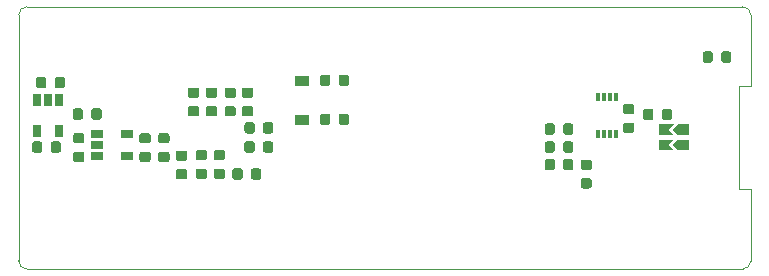
<source format=gbp>
G04 #@! TF.GenerationSoftware,KiCad,Pcbnew,(5.1.5)-3*
G04 #@! TF.CreationDate,2020-03-25T11:39:43-07:00*
G04 #@! TF.ProjectId,UPduino_v3.0,55506475-696e-46f5-9f76-332e302e6b69,3.0*
G04 #@! TF.SameCoordinates,PX5f5e100PY5f5e100*
G04 #@! TF.FileFunction,Paste,Bot*
G04 #@! TF.FilePolarity,Positive*
%FSLAX46Y46*%
G04 Gerber Fmt 4.6, Leading zero omitted, Abs format (unit mm)*
G04 Created by KiCad (PCBNEW (5.1.5)-3) date 2020-03-25 11:39:43*
%MOMM*%
%LPD*%
G04 APERTURE LIST*
%ADD10C,0.050000*%
%ADD11C,0.100000*%
%ADD12R,1.200000X0.900000*%
%ADD13R,0.300000X0.800000*%
%ADD14R,0.650000X1.000000*%
%ADD15R,0.700000X1.000000*%
%ADD16R,1.000000X0.700000*%
%ADD17R,1.000000X0.650000*%
G04 APERTURE END LIST*
D10*
X0Y21520000D02*
G75*
G02X700000Y22220000I700000J0D01*
G01*
X61300000Y22220000D02*
G75*
G02X62000000Y21520000I0J-700000D01*
G01*
X62000000Y700000D02*
G75*
G02X61300000Y0I-700000J0D01*
G01*
X700000Y0D02*
G75*
G02X0Y700000I0J700000D01*
G01*
X62000000Y6800000D02*
X61000000Y6800000D01*
X62000000Y15500000D02*
X61000000Y15500000D01*
X61000000Y6800000D02*
X61000000Y15500000D01*
X62000000Y700000D02*
X62000000Y6800000D01*
X0Y21520000D02*
X0Y700000D01*
X61300000Y22220000D02*
X700000Y22220000D01*
X62000000Y15500000D02*
X62000000Y21520000D01*
X700000Y0D02*
X61300000Y0D01*
D11*
G36*
X53552691Y13573947D02*
G01*
X53573926Y13570797D01*
X53594750Y13565581D01*
X53614962Y13558349D01*
X53634368Y13549170D01*
X53652781Y13538134D01*
X53670024Y13525346D01*
X53685930Y13510930D01*
X53700346Y13495024D01*
X53713134Y13477781D01*
X53724170Y13459368D01*
X53733349Y13439962D01*
X53740581Y13419750D01*
X53745797Y13398926D01*
X53748947Y13377691D01*
X53750000Y13356250D01*
X53750000Y12843750D01*
X53748947Y12822309D01*
X53745797Y12801074D01*
X53740581Y12780250D01*
X53733349Y12760038D01*
X53724170Y12740632D01*
X53713134Y12722219D01*
X53700346Y12704976D01*
X53685930Y12689070D01*
X53670024Y12674654D01*
X53652781Y12661866D01*
X53634368Y12650830D01*
X53614962Y12641651D01*
X53594750Y12634419D01*
X53573926Y12629203D01*
X53552691Y12626053D01*
X53531250Y12625000D01*
X53093750Y12625000D01*
X53072309Y12626053D01*
X53051074Y12629203D01*
X53030250Y12634419D01*
X53010038Y12641651D01*
X52990632Y12650830D01*
X52972219Y12661866D01*
X52954976Y12674654D01*
X52939070Y12689070D01*
X52924654Y12704976D01*
X52911866Y12722219D01*
X52900830Y12740632D01*
X52891651Y12760038D01*
X52884419Y12780250D01*
X52879203Y12801074D01*
X52876053Y12822309D01*
X52875000Y12843750D01*
X52875000Y13356250D01*
X52876053Y13377691D01*
X52879203Y13398926D01*
X52884419Y13419750D01*
X52891651Y13439962D01*
X52900830Y13459368D01*
X52911866Y13477781D01*
X52924654Y13495024D01*
X52939070Y13510930D01*
X52954976Y13525346D01*
X52972219Y13538134D01*
X52990632Y13549170D01*
X53010038Y13558349D01*
X53030250Y13565581D01*
X53051074Y13570797D01*
X53072309Y13573947D01*
X53093750Y13575000D01*
X53531250Y13575000D01*
X53552691Y13573947D01*
G37*
G36*
X55127691Y13573947D02*
G01*
X55148926Y13570797D01*
X55169750Y13565581D01*
X55189962Y13558349D01*
X55209368Y13549170D01*
X55227781Y13538134D01*
X55245024Y13525346D01*
X55260930Y13510930D01*
X55275346Y13495024D01*
X55288134Y13477781D01*
X55299170Y13459368D01*
X55308349Y13439962D01*
X55315581Y13419750D01*
X55320797Y13398926D01*
X55323947Y13377691D01*
X55325000Y13356250D01*
X55325000Y12843750D01*
X55323947Y12822309D01*
X55320797Y12801074D01*
X55315581Y12780250D01*
X55308349Y12760038D01*
X55299170Y12740632D01*
X55288134Y12722219D01*
X55275346Y12704976D01*
X55260930Y12689070D01*
X55245024Y12674654D01*
X55227781Y12661866D01*
X55209368Y12650830D01*
X55189962Y12641651D01*
X55169750Y12634419D01*
X55148926Y12629203D01*
X55127691Y12626053D01*
X55106250Y12625000D01*
X54668750Y12625000D01*
X54647309Y12626053D01*
X54626074Y12629203D01*
X54605250Y12634419D01*
X54585038Y12641651D01*
X54565632Y12650830D01*
X54547219Y12661866D01*
X54529976Y12674654D01*
X54514070Y12689070D01*
X54499654Y12704976D01*
X54486866Y12722219D01*
X54475830Y12740632D01*
X54466651Y12760038D01*
X54459419Y12780250D01*
X54454203Y12801074D01*
X54451053Y12822309D01*
X54450000Y12843750D01*
X54450000Y13356250D01*
X54451053Y13377691D01*
X54454203Y13398926D01*
X54459419Y13419750D01*
X54466651Y13439962D01*
X54475830Y13459368D01*
X54486866Y13477781D01*
X54499654Y13495024D01*
X54514070Y13510930D01*
X54529976Y13525346D01*
X54547219Y13538134D01*
X54565632Y13549170D01*
X54585038Y13558349D01*
X54605250Y13565581D01*
X54626074Y13570797D01*
X54647309Y13573947D01*
X54668750Y13575000D01*
X55106250Y13575000D01*
X55127691Y13573947D01*
G37*
G36*
X20344191Y8525947D02*
G01*
X20365426Y8522797D01*
X20386250Y8517581D01*
X20406462Y8510349D01*
X20425868Y8501170D01*
X20444281Y8490134D01*
X20461524Y8477346D01*
X20477430Y8462930D01*
X20491846Y8447024D01*
X20504634Y8429781D01*
X20515670Y8411368D01*
X20524849Y8391962D01*
X20532081Y8371750D01*
X20537297Y8350926D01*
X20540447Y8329691D01*
X20541500Y8308250D01*
X20541500Y7795750D01*
X20540447Y7774309D01*
X20537297Y7753074D01*
X20532081Y7732250D01*
X20524849Y7712038D01*
X20515670Y7692632D01*
X20504634Y7674219D01*
X20491846Y7656976D01*
X20477430Y7641070D01*
X20461524Y7626654D01*
X20444281Y7613866D01*
X20425868Y7602830D01*
X20406462Y7593651D01*
X20386250Y7586419D01*
X20365426Y7581203D01*
X20344191Y7578053D01*
X20322750Y7577000D01*
X19885250Y7577000D01*
X19863809Y7578053D01*
X19842574Y7581203D01*
X19821750Y7586419D01*
X19801538Y7593651D01*
X19782132Y7602830D01*
X19763719Y7613866D01*
X19746476Y7626654D01*
X19730570Y7641070D01*
X19716154Y7656976D01*
X19703366Y7674219D01*
X19692330Y7692632D01*
X19683151Y7712038D01*
X19675919Y7732250D01*
X19670703Y7753074D01*
X19667553Y7774309D01*
X19666500Y7795750D01*
X19666500Y8308250D01*
X19667553Y8329691D01*
X19670703Y8350926D01*
X19675919Y8371750D01*
X19683151Y8391962D01*
X19692330Y8411368D01*
X19703366Y8429781D01*
X19716154Y8447024D01*
X19730570Y8462930D01*
X19746476Y8477346D01*
X19763719Y8490134D01*
X19782132Y8501170D01*
X19801538Y8510349D01*
X19821750Y8517581D01*
X19842574Y8522797D01*
X19863809Y8525947D01*
X19885250Y8527000D01*
X20322750Y8527000D01*
X20344191Y8525947D01*
G37*
G36*
X18769191Y8525947D02*
G01*
X18790426Y8522797D01*
X18811250Y8517581D01*
X18831462Y8510349D01*
X18850868Y8501170D01*
X18869281Y8490134D01*
X18886524Y8477346D01*
X18902430Y8462930D01*
X18916846Y8447024D01*
X18929634Y8429781D01*
X18940670Y8411368D01*
X18949849Y8391962D01*
X18957081Y8371750D01*
X18962297Y8350926D01*
X18965447Y8329691D01*
X18966500Y8308250D01*
X18966500Y7795750D01*
X18965447Y7774309D01*
X18962297Y7753074D01*
X18957081Y7732250D01*
X18949849Y7712038D01*
X18940670Y7692632D01*
X18929634Y7674219D01*
X18916846Y7656976D01*
X18902430Y7641070D01*
X18886524Y7626654D01*
X18869281Y7613866D01*
X18850868Y7602830D01*
X18831462Y7593651D01*
X18811250Y7586419D01*
X18790426Y7581203D01*
X18769191Y7578053D01*
X18747750Y7577000D01*
X18310250Y7577000D01*
X18288809Y7578053D01*
X18267574Y7581203D01*
X18246750Y7586419D01*
X18226538Y7593651D01*
X18207132Y7602830D01*
X18188719Y7613866D01*
X18171476Y7626654D01*
X18155570Y7641070D01*
X18141154Y7656976D01*
X18128366Y7674219D01*
X18117330Y7692632D01*
X18108151Y7712038D01*
X18100919Y7732250D01*
X18095703Y7753074D01*
X18092553Y7774309D01*
X18091500Y7795750D01*
X18091500Y8308250D01*
X18092553Y8329691D01*
X18095703Y8350926D01*
X18100919Y8371750D01*
X18108151Y8391962D01*
X18117330Y8411368D01*
X18128366Y8429781D01*
X18141154Y8447024D01*
X18155570Y8462930D01*
X18171476Y8477346D01*
X18188719Y8490134D01*
X18207132Y8501170D01*
X18226538Y8510349D01*
X18246750Y8517581D01*
X18267574Y8522797D01*
X18288809Y8525947D01*
X18310250Y8527000D01*
X18747750Y8527000D01*
X18769191Y8525947D01*
G37*
G36*
X45202691Y12335947D02*
G01*
X45223926Y12332797D01*
X45244750Y12327581D01*
X45264962Y12320349D01*
X45284368Y12311170D01*
X45302781Y12300134D01*
X45320024Y12287346D01*
X45335930Y12272930D01*
X45350346Y12257024D01*
X45363134Y12239781D01*
X45374170Y12221368D01*
X45383349Y12201962D01*
X45390581Y12181750D01*
X45395797Y12160926D01*
X45398947Y12139691D01*
X45400000Y12118250D01*
X45400000Y11605750D01*
X45398947Y11584309D01*
X45395797Y11563074D01*
X45390581Y11542250D01*
X45383349Y11522038D01*
X45374170Y11502632D01*
X45363134Y11484219D01*
X45350346Y11466976D01*
X45335930Y11451070D01*
X45320024Y11436654D01*
X45302781Y11423866D01*
X45284368Y11412830D01*
X45264962Y11403651D01*
X45244750Y11396419D01*
X45223926Y11391203D01*
X45202691Y11388053D01*
X45181250Y11387000D01*
X44743750Y11387000D01*
X44722309Y11388053D01*
X44701074Y11391203D01*
X44680250Y11396419D01*
X44660038Y11403651D01*
X44640632Y11412830D01*
X44622219Y11423866D01*
X44604976Y11436654D01*
X44589070Y11451070D01*
X44574654Y11466976D01*
X44561866Y11484219D01*
X44550830Y11502632D01*
X44541651Y11522038D01*
X44534419Y11542250D01*
X44529203Y11563074D01*
X44526053Y11584309D01*
X44525000Y11605750D01*
X44525000Y12118250D01*
X44526053Y12139691D01*
X44529203Y12160926D01*
X44534419Y12181750D01*
X44541651Y12201962D01*
X44550830Y12221368D01*
X44561866Y12239781D01*
X44574654Y12257024D01*
X44589070Y12272930D01*
X44604976Y12287346D01*
X44622219Y12300134D01*
X44640632Y12311170D01*
X44660038Y12320349D01*
X44680250Y12327581D01*
X44701074Y12332797D01*
X44722309Y12335947D01*
X44743750Y12337000D01*
X45181250Y12337000D01*
X45202691Y12335947D01*
G37*
G36*
X46777691Y12335947D02*
G01*
X46798926Y12332797D01*
X46819750Y12327581D01*
X46839962Y12320349D01*
X46859368Y12311170D01*
X46877781Y12300134D01*
X46895024Y12287346D01*
X46910930Y12272930D01*
X46925346Y12257024D01*
X46938134Y12239781D01*
X46949170Y12221368D01*
X46958349Y12201962D01*
X46965581Y12181750D01*
X46970797Y12160926D01*
X46973947Y12139691D01*
X46975000Y12118250D01*
X46975000Y11605750D01*
X46973947Y11584309D01*
X46970797Y11563074D01*
X46965581Y11542250D01*
X46958349Y11522038D01*
X46949170Y11502632D01*
X46938134Y11484219D01*
X46925346Y11466976D01*
X46910930Y11451070D01*
X46895024Y11436654D01*
X46877781Y11423866D01*
X46859368Y11412830D01*
X46839962Y11403651D01*
X46819750Y11396419D01*
X46798926Y11391203D01*
X46777691Y11388053D01*
X46756250Y11387000D01*
X46318750Y11387000D01*
X46297309Y11388053D01*
X46276074Y11391203D01*
X46255250Y11396419D01*
X46235038Y11403651D01*
X46215632Y11412830D01*
X46197219Y11423866D01*
X46179976Y11436654D01*
X46164070Y11451070D01*
X46149654Y11466976D01*
X46136866Y11484219D01*
X46125830Y11502632D01*
X46116651Y11522038D01*
X46109419Y11542250D01*
X46104203Y11563074D01*
X46101053Y11584309D01*
X46100000Y11605750D01*
X46100000Y12118250D01*
X46101053Y12139691D01*
X46104203Y12160926D01*
X46109419Y12181750D01*
X46116651Y12201962D01*
X46125830Y12221368D01*
X46136866Y12239781D01*
X46149654Y12257024D01*
X46164070Y12272930D01*
X46179976Y12287346D01*
X46197219Y12300134D01*
X46215632Y12311170D01*
X46235038Y12320349D01*
X46255250Y12327581D01*
X46276074Y12332797D01*
X46297309Y12335947D01*
X46318750Y12337000D01*
X46756250Y12337000D01*
X46777691Y12335947D01*
G37*
G36*
X48327691Y7698947D02*
G01*
X48348926Y7695797D01*
X48369750Y7690581D01*
X48389962Y7683349D01*
X48409368Y7674170D01*
X48427781Y7663134D01*
X48445024Y7650346D01*
X48460930Y7635930D01*
X48475346Y7620024D01*
X48488134Y7602781D01*
X48499170Y7584368D01*
X48508349Y7564962D01*
X48515581Y7544750D01*
X48520797Y7523926D01*
X48523947Y7502691D01*
X48525000Y7481250D01*
X48525000Y7043750D01*
X48523947Y7022309D01*
X48520797Y7001074D01*
X48515581Y6980250D01*
X48508349Y6960038D01*
X48499170Y6940632D01*
X48488134Y6922219D01*
X48475346Y6904976D01*
X48460930Y6889070D01*
X48445024Y6874654D01*
X48427781Y6861866D01*
X48409368Y6850830D01*
X48389962Y6841651D01*
X48369750Y6834419D01*
X48348926Y6829203D01*
X48327691Y6826053D01*
X48306250Y6825000D01*
X47793750Y6825000D01*
X47772309Y6826053D01*
X47751074Y6829203D01*
X47730250Y6834419D01*
X47710038Y6841651D01*
X47690632Y6850830D01*
X47672219Y6861866D01*
X47654976Y6874654D01*
X47639070Y6889070D01*
X47624654Y6904976D01*
X47611866Y6922219D01*
X47600830Y6940632D01*
X47591651Y6960038D01*
X47584419Y6980250D01*
X47579203Y7001074D01*
X47576053Y7022309D01*
X47575000Y7043750D01*
X47575000Y7481250D01*
X47576053Y7502691D01*
X47579203Y7523926D01*
X47584419Y7544750D01*
X47591651Y7564962D01*
X47600830Y7584368D01*
X47611866Y7602781D01*
X47624654Y7620024D01*
X47639070Y7635930D01*
X47654976Y7650346D01*
X47672219Y7663134D01*
X47690632Y7674170D01*
X47710038Y7683349D01*
X47730250Y7690581D01*
X47751074Y7695797D01*
X47772309Y7698947D01*
X47793750Y7700000D01*
X48306250Y7700000D01*
X48327691Y7698947D01*
G37*
G36*
X48327691Y9273947D02*
G01*
X48348926Y9270797D01*
X48369750Y9265581D01*
X48389962Y9258349D01*
X48409368Y9249170D01*
X48427781Y9238134D01*
X48445024Y9225346D01*
X48460930Y9210930D01*
X48475346Y9195024D01*
X48488134Y9177781D01*
X48499170Y9159368D01*
X48508349Y9139962D01*
X48515581Y9119750D01*
X48520797Y9098926D01*
X48523947Y9077691D01*
X48525000Y9056250D01*
X48525000Y8618750D01*
X48523947Y8597309D01*
X48520797Y8576074D01*
X48515581Y8555250D01*
X48508349Y8535038D01*
X48499170Y8515632D01*
X48488134Y8497219D01*
X48475346Y8479976D01*
X48460930Y8464070D01*
X48445024Y8449654D01*
X48427781Y8436866D01*
X48409368Y8425830D01*
X48389962Y8416651D01*
X48369750Y8409419D01*
X48348926Y8404203D01*
X48327691Y8401053D01*
X48306250Y8400000D01*
X47793750Y8400000D01*
X47772309Y8401053D01*
X47751074Y8404203D01*
X47730250Y8409419D01*
X47710038Y8416651D01*
X47690632Y8425830D01*
X47672219Y8436866D01*
X47654976Y8449654D01*
X47639070Y8464070D01*
X47624654Y8479976D01*
X47611866Y8497219D01*
X47600830Y8515632D01*
X47591651Y8535038D01*
X47584419Y8555250D01*
X47579203Y8576074D01*
X47576053Y8597309D01*
X47575000Y8618750D01*
X47575000Y9056250D01*
X47576053Y9077691D01*
X47579203Y9098926D01*
X47584419Y9119750D01*
X47591651Y9139962D01*
X47600830Y9159368D01*
X47611866Y9177781D01*
X47624654Y9195024D01*
X47639070Y9210930D01*
X47654976Y9225346D01*
X47672219Y9238134D01*
X47690632Y9249170D01*
X47710038Y9258349D01*
X47730250Y9265581D01*
X47751074Y9270797D01*
X47772309Y9273947D01*
X47793750Y9275000D01*
X48306250Y9275000D01*
X48327691Y9273947D01*
G37*
D12*
X23988600Y12659600D03*
X23988600Y15959600D03*
D11*
G36*
X5252691Y13605947D02*
G01*
X5273926Y13602797D01*
X5294750Y13597581D01*
X5314962Y13590349D01*
X5334368Y13581170D01*
X5352781Y13570134D01*
X5370024Y13557346D01*
X5385930Y13542930D01*
X5400346Y13527024D01*
X5413134Y13509781D01*
X5424170Y13491368D01*
X5433349Y13471962D01*
X5440581Y13451750D01*
X5445797Y13430926D01*
X5448947Y13409691D01*
X5450000Y13388250D01*
X5450000Y12875750D01*
X5448947Y12854309D01*
X5445797Y12833074D01*
X5440581Y12812250D01*
X5433349Y12792038D01*
X5424170Y12772632D01*
X5413134Y12754219D01*
X5400346Y12736976D01*
X5385930Y12721070D01*
X5370024Y12706654D01*
X5352781Y12693866D01*
X5334368Y12682830D01*
X5314962Y12673651D01*
X5294750Y12666419D01*
X5273926Y12661203D01*
X5252691Y12658053D01*
X5231250Y12657000D01*
X4793750Y12657000D01*
X4772309Y12658053D01*
X4751074Y12661203D01*
X4730250Y12666419D01*
X4710038Y12673651D01*
X4690632Y12682830D01*
X4672219Y12693866D01*
X4654976Y12706654D01*
X4639070Y12721070D01*
X4624654Y12736976D01*
X4611866Y12754219D01*
X4600830Y12772632D01*
X4591651Y12792038D01*
X4584419Y12812250D01*
X4579203Y12833074D01*
X4576053Y12854309D01*
X4575000Y12875750D01*
X4575000Y13388250D01*
X4576053Y13409691D01*
X4579203Y13430926D01*
X4584419Y13451750D01*
X4591651Y13471962D01*
X4600830Y13491368D01*
X4611866Y13509781D01*
X4624654Y13527024D01*
X4639070Y13542930D01*
X4654976Y13557346D01*
X4672219Y13570134D01*
X4690632Y13581170D01*
X4710038Y13590349D01*
X4730250Y13597581D01*
X4751074Y13602797D01*
X4772309Y13605947D01*
X4793750Y13607000D01*
X5231250Y13607000D01*
X5252691Y13605947D01*
G37*
G36*
X6827691Y13605947D02*
G01*
X6848926Y13602797D01*
X6869750Y13597581D01*
X6889962Y13590349D01*
X6909368Y13581170D01*
X6927781Y13570134D01*
X6945024Y13557346D01*
X6960930Y13542930D01*
X6975346Y13527024D01*
X6988134Y13509781D01*
X6999170Y13491368D01*
X7008349Y13471962D01*
X7015581Y13451750D01*
X7020797Y13430926D01*
X7023947Y13409691D01*
X7025000Y13388250D01*
X7025000Y12875750D01*
X7023947Y12854309D01*
X7020797Y12833074D01*
X7015581Y12812250D01*
X7008349Y12792038D01*
X6999170Y12772632D01*
X6988134Y12754219D01*
X6975346Y12736976D01*
X6960930Y12721070D01*
X6945024Y12706654D01*
X6927781Y12693866D01*
X6909368Y12682830D01*
X6889962Y12673651D01*
X6869750Y12666419D01*
X6848926Y12661203D01*
X6827691Y12658053D01*
X6806250Y12657000D01*
X6368750Y12657000D01*
X6347309Y12658053D01*
X6326074Y12661203D01*
X6305250Y12666419D01*
X6285038Y12673651D01*
X6265632Y12682830D01*
X6247219Y12693866D01*
X6229976Y12706654D01*
X6214070Y12721070D01*
X6199654Y12736976D01*
X6186866Y12754219D01*
X6175830Y12772632D01*
X6166651Y12792038D01*
X6159419Y12812250D01*
X6154203Y12833074D01*
X6151053Y12854309D01*
X6150000Y12875750D01*
X6150000Y13388250D01*
X6151053Y13409691D01*
X6154203Y13430926D01*
X6159419Y13451750D01*
X6166651Y13471962D01*
X6175830Y13491368D01*
X6186866Y13509781D01*
X6199654Y13527024D01*
X6214070Y13542930D01*
X6229976Y13557346D01*
X6247219Y13570134D01*
X6265632Y13581170D01*
X6285038Y13590349D01*
X6305250Y13597581D01*
X6326074Y13602797D01*
X6347309Y13605947D01*
X6368750Y13607000D01*
X6806250Y13607000D01*
X6827691Y13605947D01*
G37*
G36*
X27773691Y16459947D02*
G01*
X27794926Y16456797D01*
X27815750Y16451581D01*
X27835962Y16444349D01*
X27855368Y16435170D01*
X27873781Y16424134D01*
X27891024Y16411346D01*
X27906930Y16396930D01*
X27921346Y16381024D01*
X27934134Y16363781D01*
X27945170Y16345368D01*
X27954349Y16325962D01*
X27961581Y16305750D01*
X27966797Y16284926D01*
X27969947Y16263691D01*
X27971000Y16242250D01*
X27971000Y15729750D01*
X27969947Y15708309D01*
X27966797Y15687074D01*
X27961581Y15666250D01*
X27954349Y15646038D01*
X27945170Y15626632D01*
X27934134Y15608219D01*
X27921346Y15590976D01*
X27906930Y15575070D01*
X27891024Y15560654D01*
X27873781Y15547866D01*
X27855368Y15536830D01*
X27835962Y15527651D01*
X27815750Y15520419D01*
X27794926Y15515203D01*
X27773691Y15512053D01*
X27752250Y15511000D01*
X27314750Y15511000D01*
X27293309Y15512053D01*
X27272074Y15515203D01*
X27251250Y15520419D01*
X27231038Y15527651D01*
X27211632Y15536830D01*
X27193219Y15547866D01*
X27175976Y15560654D01*
X27160070Y15575070D01*
X27145654Y15590976D01*
X27132866Y15608219D01*
X27121830Y15626632D01*
X27112651Y15646038D01*
X27105419Y15666250D01*
X27100203Y15687074D01*
X27097053Y15708309D01*
X27096000Y15729750D01*
X27096000Y16242250D01*
X27097053Y16263691D01*
X27100203Y16284926D01*
X27105419Y16305750D01*
X27112651Y16325962D01*
X27121830Y16345368D01*
X27132866Y16363781D01*
X27145654Y16381024D01*
X27160070Y16396930D01*
X27175976Y16411346D01*
X27193219Y16424134D01*
X27211632Y16435170D01*
X27231038Y16444349D01*
X27251250Y16451581D01*
X27272074Y16456797D01*
X27293309Y16459947D01*
X27314750Y16461000D01*
X27752250Y16461000D01*
X27773691Y16459947D01*
G37*
G36*
X26198691Y16459947D02*
G01*
X26219926Y16456797D01*
X26240750Y16451581D01*
X26260962Y16444349D01*
X26280368Y16435170D01*
X26298781Y16424134D01*
X26316024Y16411346D01*
X26331930Y16396930D01*
X26346346Y16381024D01*
X26359134Y16363781D01*
X26370170Y16345368D01*
X26379349Y16325962D01*
X26386581Y16305750D01*
X26391797Y16284926D01*
X26394947Y16263691D01*
X26396000Y16242250D01*
X26396000Y15729750D01*
X26394947Y15708309D01*
X26391797Y15687074D01*
X26386581Y15666250D01*
X26379349Y15646038D01*
X26370170Y15626632D01*
X26359134Y15608219D01*
X26346346Y15590976D01*
X26331930Y15575070D01*
X26316024Y15560654D01*
X26298781Y15547866D01*
X26280368Y15536830D01*
X26260962Y15527651D01*
X26240750Y15520419D01*
X26219926Y15515203D01*
X26198691Y15512053D01*
X26177250Y15511000D01*
X25739750Y15511000D01*
X25718309Y15512053D01*
X25697074Y15515203D01*
X25676250Y15520419D01*
X25656038Y15527651D01*
X25636632Y15536830D01*
X25618219Y15547866D01*
X25600976Y15560654D01*
X25585070Y15575070D01*
X25570654Y15590976D01*
X25557866Y15608219D01*
X25546830Y15626632D01*
X25537651Y15646038D01*
X25530419Y15666250D01*
X25525203Y15687074D01*
X25522053Y15708309D01*
X25521000Y15729750D01*
X25521000Y16242250D01*
X25522053Y16263691D01*
X25525203Y16284926D01*
X25530419Y16305750D01*
X25537651Y16325962D01*
X25546830Y16345368D01*
X25557866Y16363781D01*
X25570654Y16381024D01*
X25585070Y16396930D01*
X25600976Y16411346D01*
X25618219Y16424134D01*
X25636632Y16435170D01*
X25656038Y16444349D01*
X25676250Y16451581D01*
X25697074Y16456797D01*
X25718309Y16459947D01*
X25739750Y16461000D01*
X26177250Y16461000D01*
X26198691Y16459947D01*
G37*
G36*
X10977691Y11523947D02*
G01*
X10998926Y11520797D01*
X11019750Y11515581D01*
X11039962Y11508349D01*
X11059368Y11499170D01*
X11077781Y11488134D01*
X11095024Y11475346D01*
X11110930Y11460930D01*
X11125346Y11445024D01*
X11138134Y11427781D01*
X11149170Y11409368D01*
X11158349Y11389962D01*
X11165581Y11369750D01*
X11170797Y11348926D01*
X11173947Y11327691D01*
X11175000Y11306250D01*
X11175000Y10868750D01*
X11173947Y10847309D01*
X11170797Y10826074D01*
X11165581Y10805250D01*
X11158349Y10785038D01*
X11149170Y10765632D01*
X11138134Y10747219D01*
X11125346Y10729976D01*
X11110930Y10714070D01*
X11095024Y10699654D01*
X11077781Y10686866D01*
X11059368Y10675830D01*
X11039962Y10666651D01*
X11019750Y10659419D01*
X10998926Y10654203D01*
X10977691Y10651053D01*
X10956250Y10650000D01*
X10443750Y10650000D01*
X10422309Y10651053D01*
X10401074Y10654203D01*
X10380250Y10659419D01*
X10360038Y10666651D01*
X10340632Y10675830D01*
X10322219Y10686866D01*
X10304976Y10699654D01*
X10289070Y10714070D01*
X10274654Y10729976D01*
X10261866Y10747219D01*
X10250830Y10765632D01*
X10241651Y10785038D01*
X10234419Y10805250D01*
X10229203Y10826074D01*
X10226053Y10847309D01*
X10225000Y10868750D01*
X10225000Y11306250D01*
X10226053Y11327691D01*
X10229203Y11348926D01*
X10234419Y11369750D01*
X10241651Y11389962D01*
X10250830Y11409368D01*
X10261866Y11427781D01*
X10274654Y11445024D01*
X10289070Y11460930D01*
X10304976Y11475346D01*
X10322219Y11488134D01*
X10340632Y11499170D01*
X10360038Y11508349D01*
X10380250Y11515581D01*
X10401074Y11520797D01*
X10422309Y11523947D01*
X10443750Y11525000D01*
X10956250Y11525000D01*
X10977691Y11523947D01*
G37*
G36*
X10977691Y9948947D02*
G01*
X10998926Y9945797D01*
X11019750Y9940581D01*
X11039962Y9933349D01*
X11059368Y9924170D01*
X11077781Y9913134D01*
X11095024Y9900346D01*
X11110930Y9885930D01*
X11125346Y9870024D01*
X11138134Y9852781D01*
X11149170Y9834368D01*
X11158349Y9814962D01*
X11165581Y9794750D01*
X11170797Y9773926D01*
X11173947Y9752691D01*
X11175000Y9731250D01*
X11175000Y9293750D01*
X11173947Y9272309D01*
X11170797Y9251074D01*
X11165581Y9230250D01*
X11158349Y9210038D01*
X11149170Y9190632D01*
X11138134Y9172219D01*
X11125346Y9154976D01*
X11110930Y9139070D01*
X11095024Y9124654D01*
X11077781Y9111866D01*
X11059368Y9100830D01*
X11039962Y9091651D01*
X11019750Y9084419D01*
X10998926Y9079203D01*
X10977691Y9076053D01*
X10956250Y9075000D01*
X10443750Y9075000D01*
X10422309Y9076053D01*
X10401074Y9079203D01*
X10380250Y9084419D01*
X10360038Y9091651D01*
X10340632Y9100830D01*
X10322219Y9111866D01*
X10304976Y9124654D01*
X10289070Y9139070D01*
X10274654Y9154976D01*
X10261866Y9172219D01*
X10250830Y9190632D01*
X10241651Y9210038D01*
X10234419Y9230250D01*
X10229203Y9251074D01*
X10226053Y9272309D01*
X10225000Y9293750D01*
X10225000Y9731250D01*
X10226053Y9752691D01*
X10229203Y9773926D01*
X10234419Y9794750D01*
X10241651Y9814962D01*
X10250830Y9834368D01*
X10261866Y9852781D01*
X10274654Y9870024D01*
X10289070Y9885930D01*
X10304976Y9900346D01*
X10322219Y9913134D01*
X10340632Y9924170D01*
X10360038Y9933349D01*
X10380250Y9940581D01*
X10401074Y9945797D01*
X10422309Y9948947D01*
X10443750Y9950000D01*
X10956250Y9950000D01*
X10977691Y9948947D01*
G37*
G36*
X45202691Y9323947D02*
G01*
X45223926Y9320797D01*
X45244750Y9315581D01*
X45264962Y9308349D01*
X45284368Y9299170D01*
X45302781Y9288134D01*
X45320024Y9275346D01*
X45335930Y9260930D01*
X45350346Y9245024D01*
X45363134Y9227781D01*
X45374170Y9209368D01*
X45383349Y9189962D01*
X45390581Y9169750D01*
X45395797Y9148926D01*
X45398947Y9127691D01*
X45400000Y9106250D01*
X45400000Y8593750D01*
X45398947Y8572309D01*
X45395797Y8551074D01*
X45390581Y8530250D01*
X45383349Y8510038D01*
X45374170Y8490632D01*
X45363134Y8472219D01*
X45350346Y8454976D01*
X45335930Y8439070D01*
X45320024Y8424654D01*
X45302781Y8411866D01*
X45284368Y8400830D01*
X45264962Y8391651D01*
X45244750Y8384419D01*
X45223926Y8379203D01*
X45202691Y8376053D01*
X45181250Y8375000D01*
X44743750Y8375000D01*
X44722309Y8376053D01*
X44701074Y8379203D01*
X44680250Y8384419D01*
X44660038Y8391651D01*
X44640632Y8400830D01*
X44622219Y8411866D01*
X44604976Y8424654D01*
X44589070Y8439070D01*
X44574654Y8454976D01*
X44561866Y8472219D01*
X44550830Y8490632D01*
X44541651Y8510038D01*
X44534419Y8530250D01*
X44529203Y8551074D01*
X44526053Y8572309D01*
X44525000Y8593750D01*
X44525000Y9106250D01*
X44526053Y9127691D01*
X44529203Y9148926D01*
X44534419Y9169750D01*
X44541651Y9189962D01*
X44550830Y9209368D01*
X44561866Y9227781D01*
X44574654Y9245024D01*
X44589070Y9260930D01*
X44604976Y9275346D01*
X44622219Y9288134D01*
X44640632Y9299170D01*
X44660038Y9308349D01*
X44680250Y9315581D01*
X44701074Y9320797D01*
X44722309Y9323947D01*
X44743750Y9325000D01*
X45181250Y9325000D01*
X45202691Y9323947D01*
G37*
G36*
X46777691Y9323947D02*
G01*
X46798926Y9320797D01*
X46819750Y9315581D01*
X46839962Y9308349D01*
X46859368Y9299170D01*
X46877781Y9288134D01*
X46895024Y9275346D01*
X46910930Y9260930D01*
X46925346Y9245024D01*
X46938134Y9227781D01*
X46949170Y9209368D01*
X46958349Y9189962D01*
X46965581Y9169750D01*
X46970797Y9148926D01*
X46973947Y9127691D01*
X46975000Y9106250D01*
X46975000Y8593750D01*
X46973947Y8572309D01*
X46970797Y8551074D01*
X46965581Y8530250D01*
X46958349Y8510038D01*
X46949170Y8490632D01*
X46938134Y8472219D01*
X46925346Y8454976D01*
X46910930Y8439070D01*
X46895024Y8424654D01*
X46877781Y8411866D01*
X46859368Y8400830D01*
X46839962Y8391651D01*
X46819750Y8384419D01*
X46798926Y8379203D01*
X46777691Y8376053D01*
X46756250Y8375000D01*
X46318750Y8375000D01*
X46297309Y8376053D01*
X46276074Y8379203D01*
X46255250Y8384419D01*
X46235038Y8391651D01*
X46215632Y8400830D01*
X46197219Y8411866D01*
X46179976Y8424654D01*
X46164070Y8439070D01*
X46149654Y8454976D01*
X46136866Y8472219D01*
X46125830Y8490632D01*
X46116651Y8510038D01*
X46109419Y8530250D01*
X46104203Y8551074D01*
X46101053Y8572309D01*
X46100000Y8593750D01*
X46100000Y9106250D01*
X46101053Y9127691D01*
X46104203Y9148926D01*
X46109419Y9169750D01*
X46116651Y9189962D01*
X46125830Y9209368D01*
X46136866Y9227781D01*
X46149654Y9245024D01*
X46164070Y9260930D01*
X46179976Y9275346D01*
X46197219Y9288134D01*
X46215632Y9299170D01*
X46235038Y9308349D01*
X46255250Y9315581D01*
X46276074Y9320797D01*
X46297309Y9323947D01*
X46318750Y9325000D01*
X46756250Y9325000D01*
X46777691Y9323947D01*
G37*
G36*
X60158691Y18431947D02*
G01*
X60179926Y18428797D01*
X60200750Y18423581D01*
X60220962Y18416349D01*
X60240368Y18407170D01*
X60258781Y18396134D01*
X60276024Y18383346D01*
X60291930Y18368930D01*
X60306346Y18353024D01*
X60319134Y18335781D01*
X60330170Y18317368D01*
X60339349Y18297962D01*
X60346581Y18277750D01*
X60351797Y18256926D01*
X60354947Y18235691D01*
X60356000Y18214250D01*
X60356000Y17701750D01*
X60354947Y17680309D01*
X60351797Y17659074D01*
X60346581Y17638250D01*
X60339349Y17618038D01*
X60330170Y17598632D01*
X60319134Y17580219D01*
X60306346Y17562976D01*
X60291930Y17547070D01*
X60276024Y17532654D01*
X60258781Y17519866D01*
X60240368Y17508830D01*
X60220962Y17499651D01*
X60200750Y17492419D01*
X60179926Y17487203D01*
X60158691Y17484053D01*
X60137250Y17483000D01*
X59699750Y17483000D01*
X59678309Y17484053D01*
X59657074Y17487203D01*
X59636250Y17492419D01*
X59616038Y17499651D01*
X59596632Y17508830D01*
X59578219Y17519866D01*
X59560976Y17532654D01*
X59545070Y17547070D01*
X59530654Y17562976D01*
X59517866Y17580219D01*
X59506830Y17598632D01*
X59497651Y17618038D01*
X59490419Y17638250D01*
X59485203Y17659074D01*
X59482053Y17680309D01*
X59481000Y17701750D01*
X59481000Y18214250D01*
X59482053Y18235691D01*
X59485203Y18256926D01*
X59490419Y18277750D01*
X59497651Y18297962D01*
X59506830Y18317368D01*
X59517866Y18335781D01*
X59530654Y18353024D01*
X59545070Y18368930D01*
X59560976Y18383346D01*
X59578219Y18396134D01*
X59596632Y18407170D01*
X59616038Y18416349D01*
X59636250Y18423581D01*
X59657074Y18428797D01*
X59678309Y18431947D01*
X59699750Y18433000D01*
X60137250Y18433000D01*
X60158691Y18431947D01*
G37*
G36*
X58583691Y18431947D02*
G01*
X58604926Y18428797D01*
X58625750Y18423581D01*
X58645962Y18416349D01*
X58665368Y18407170D01*
X58683781Y18396134D01*
X58701024Y18383346D01*
X58716930Y18368930D01*
X58731346Y18353024D01*
X58744134Y18335781D01*
X58755170Y18317368D01*
X58764349Y18297962D01*
X58771581Y18277750D01*
X58776797Y18256926D01*
X58779947Y18235691D01*
X58781000Y18214250D01*
X58781000Y17701750D01*
X58779947Y17680309D01*
X58776797Y17659074D01*
X58771581Y17638250D01*
X58764349Y17618038D01*
X58755170Y17598632D01*
X58744134Y17580219D01*
X58731346Y17562976D01*
X58716930Y17547070D01*
X58701024Y17532654D01*
X58683781Y17519866D01*
X58665368Y17508830D01*
X58645962Y17499651D01*
X58625750Y17492419D01*
X58604926Y17487203D01*
X58583691Y17484053D01*
X58562250Y17483000D01*
X58124750Y17483000D01*
X58103309Y17484053D01*
X58082074Y17487203D01*
X58061250Y17492419D01*
X58041038Y17499651D01*
X58021632Y17508830D01*
X58003219Y17519866D01*
X57985976Y17532654D01*
X57970070Y17547070D01*
X57955654Y17562976D01*
X57942866Y17580219D01*
X57931830Y17598632D01*
X57922651Y17618038D01*
X57915419Y17638250D01*
X57910203Y17659074D01*
X57907053Y17680309D01*
X57906000Y17701750D01*
X57906000Y18214250D01*
X57907053Y18235691D01*
X57910203Y18256926D01*
X57915419Y18277750D01*
X57922651Y18297962D01*
X57931830Y18317368D01*
X57942866Y18335781D01*
X57955654Y18353024D01*
X57970070Y18368930D01*
X57985976Y18383346D01*
X58003219Y18396134D01*
X58021632Y18407170D01*
X58041038Y18416349D01*
X58061250Y18423581D01*
X58082074Y18428797D01*
X58103309Y18431947D01*
X58124750Y18433000D01*
X58562250Y18433000D01*
X58583691Y18431947D01*
G37*
G36*
X3389691Y10811947D02*
G01*
X3410926Y10808797D01*
X3431750Y10803581D01*
X3451962Y10796349D01*
X3471368Y10787170D01*
X3489781Y10776134D01*
X3507024Y10763346D01*
X3522930Y10748930D01*
X3537346Y10733024D01*
X3550134Y10715781D01*
X3561170Y10697368D01*
X3570349Y10677962D01*
X3577581Y10657750D01*
X3582797Y10636926D01*
X3585947Y10615691D01*
X3587000Y10594250D01*
X3587000Y10081750D01*
X3585947Y10060309D01*
X3582797Y10039074D01*
X3577581Y10018250D01*
X3570349Y9998038D01*
X3561170Y9978632D01*
X3550134Y9960219D01*
X3537346Y9942976D01*
X3522930Y9927070D01*
X3507024Y9912654D01*
X3489781Y9899866D01*
X3471368Y9888830D01*
X3451962Y9879651D01*
X3431750Y9872419D01*
X3410926Y9867203D01*
X3389691Y9864053D01*
X3368250Y9863000D01*
X2930750Y9863000D01*
X2909309Y9864053D01*
X2888074Y9867203D01*
X2867250Y9872419D01*
X2847038Y9879651D01*
X2827632Y9888830D01*
X2809219Y9899866D01*
X2791976Y9912654D01*
X2776070Y9927070D01*
X2761654Y9942976D01*
X2748866Y9960219D01*
X2737830Y9978632D01*
X2728651Y9998038D01*
X2721419Y10018250D01*
X2716203Y10039074D01*
X2713053Y10060309D01*
X2712000Y10081750D01*
X2712000Y10594250D01*
X2713053Y10615691D01*
X2716203Y10636926D01*
X2721419Y10657750D01*
X2728651Y10677962D01*
X2737830Y10697368D01*
X2748866Y10715781D01*
X2761654Y10733024D01*
X2776070Y10748930D01*
X2791976Y10763346D01*
X2809219Y10776134D01*
X2827632Y10787170D01*
X2847038Y10796349D01*
X2867250Y10803581D01*
X2888074Y10808797D01*
X2909309Y10811947D01*
X2930750Y10813000D01*
X3368250Y10813000D01*
X3389691Y10811947D01*
G37*
G36*
X1814691Y10811947D02*
G01*
X1835926Y10808797D01*
X1856750Y10803581D01*
X1876962Y10796349D01*
X1896368Y10787170D01*
X1914781Y10776134D01*
X1932024Y10763346D01*
X1947930Y10748930D01*
X1962346Y10733024D01*
X1975134Y10715781D01*
X1986170Y10697368D01*
X1995349Y10677962D01*
X2002581Y10657750D01*
X2007797Y10636926D01*
X2010947Y10615691D01*
X2012000Y10594250D01*
X2012000Y10081750D01*
X2010947Y10060309D01*
X2007797Y10039074D01*
X2002581Y10018250D01*
X1995349Y9998038D01*
X1986170Y9978632D01*
X1975134Y9960219D01*
X1962346Y9942976D01*
X1947930Y9927070D01*
X1932024Y9912654D01*
X1914781Y9899866D01*
X1896368Y9888830D01*
X1876962Y9879651D01*
X1856750Y9872419D01*
X1835926Y9867203D01*
X1814691Y9864053D01*
X1793250Y9863000D01*
X1355750Y9863000D01*
X1334309Y9864053D01*
X1313074Y9867203D01*
X1292250Y9872419D01*
X1272038Y9879651D01*
X1252632Y9888830D01*
X1234219Y9899866D01*
X1216976Y9912654D01*
X1201070Y9927070D01*
X1186654Y9942976D01*
X1173866Y9960219D01*
X1162830Y9978632D01*
X1153651Y9998038D01*
X1146419Y10018250D01*
X1141203Y10039074D01*
X1138053Y10060309D01*
X1137000Y10081750D01*
X1137000Y10594250D01*
X1138053Y10615691D01*
X1141203Y10636926D01*
X1146419Y10657750D01*
X1153651Y10677962D01*
X1162830Y10697368D01*
X1173866Y10715781D01*
X1186654Y10733024D01*
X1201070Y10748930D01*
X1216976Y10763346D01*
X1234219Y10776134D01*
X1252632Y10787170D01*
X1272038Y10796349D01*
X1292250Y10803581D01*
X1313074Y10808797D01*
X1334309Y10811947D01*
X1355750Y10813000D01*
X1793250Y10813000D01*
X1814691Y10811947D01*
G37*
G36*
X5377691Y11523947D02*
G01*
X5398926Y11520797D01*
X5419750Y11515581D01*
X5439962Y11508349D01*
X5459368Y11499170D01*
X5477781Y11488134D01*
X5495024Y11475346D01*
X5510930Y11460930D01*
X5525346Y11445024D01*
X5538134Y11427781D01*
X5549170Y11409368D01*
X5558349Y11389962D01*
X5565581Y11369750D01*
X5570797Y11348926D01*
X5573947Y11327691D01*
X5575000Y11306250D01*
X5575000Y10868750D01*
X5573947Y10847309D01*
X5570797Y10826074D01*
X5565581Y10805250D01*
X5558349Y10785038D01*
X5549170Y10765632D01*
X5538134Y10747219D01*
X5525346Y10729976D01*
X5510930Y10714070D01*
X5495024Y10699654D01*
X5477781Y10686866D01*
X5459368Y10675830D01*
X5439962Y10666651D01*
X5419750Y10659419D01*
X5398926Y10654203D01*
X5377691Y10651053D01*
X5356250Y10650000D01*
X4843750Y10650000D01*
X4822309Y10651053D01*
X4801074Y10654203D01*
X4780250Y10659419D01*
X4760038Y10666651D01*
X4740632Y10675830D01*
X4722219Y10686866D01*
X4704976Y10699654D01*
X4689070Y10714070D01*
X4674654Y10729976D01*
X4661866Y10747219D01*
X4650830Y10765632D01*
X4641651Y10785038D01*
X4634419Y10805250D01*
X4629203Y10826074D01*
X4626053Y10847309D01*
X4625000Y10868750D01*
X4625000Y11306250D01*
X4626053Y11327691D01*
X4629203Y11348926D01*
X4634419Y11369750D01*
X4641651Y11389962D01*
X4650830Y11409368D01*
X4661866Y11427781D01*
X4674654Y11445024D01*
X4689070Y11460930D01*
X4704976Y11475346D01*
X4722219Y11488134D01*
X4740632Y11499170D01*
X4760038Y11508349D01*
X4780250Y11515581D01*
X4801074Y11520797D01*
X4822309Y11523947D01*
X4843750Y11525000D01*
X5356250Y11525000D01*
X5377691Y11523947D01*
G37*
G36*
X5377691Y9948947D02*
G01*
X5398926Y9945797D01*
X5419750Y9940581D01*
X5439962Y9933349D01*
X5459368Y9924170D01*
X5477781Y9913134D01*
X5495024Y9900346D01*
X5510930Y9885930D01*
X5525346Y9870024D01*
X5538134Y9852781D01*
X5549170Y9834368D01*
X5558349Y9814962D01*
X5565581Y9794750D01*
X5570797Y9773926D01*
X5573947Y9752691D01*
X5575000Y9731250D01*
X5575000Y9293750D01*
X5573947Y9272309D01*
X5570797Y9251074D01*
X5565581Y9230250D01*
X5558349Y9210038D01*
X5549170Y9190632D01*
X5538134Y9172219D01*
X5525346Y9154976D01*
X5510930Y9139070D01*
X5495024Y9124654D01*
X5477781Y9111866D01*
X5459368Y9100830D01*
X5439962Y9091651D01*
X5419750Y9084419D01*
X5398926Y9079203D01*
X5377691Y9076053D01*
X5356250Y9075000D01*
X4843750Y9075000D01*
X4822309Y9076053D01*
X4801074Y9079203D01*
X4780250Y9084419D01*
X4760038Y9091651D01*
X4740632Y9100830D01*
X4722219Y9111866D01*
X4704976Y9124654D01*
X4689070Y9139070D01*
X4674654Y9154976D01*
X4661866Y9172219D01*
X4650830Y9190632D01*
X4641651Y9210038D01*
X4634419Y9230250D01*
X4629203Y9251074D01*
X4626053Y9272309D01*
X4625000Y9293750D01*
X4625000Y9731250D01*
X4626053Y9752691D01*
X4629203Y9773926D01*
X4634419Y9794750D01*
X4641651Y9814962D01*
X4650830Y9834368D01*
X4661866Y9852781D01*
X4674654Y9870024D01*
X4689070Y9885930D01*
X4704976Y9900346D01*
X4722219Y9913134D01*
X4740632Y9924170D01*
X4760038Y9933349D01*
X4780250Y9940581D01*
X4801074Y9945797D01*
X4822309Y9948947D01*
X4843750Y9950000D01*
X5356250Y9950000D01*
X5377691Y9948947D01*
G37*
G36*
X2152691Y16273947D02*
G01*
X2173926Y16270797D01*
X2194750Y16265581D01*
X2214962Y16258349D01*
X2234368Y16249170D01*
X2252781Y16238134D01*
X2270024Y16225346D01*
X2285930Y16210930D01*
X2300346Y16195024D01*
X2313134Y16177781D01*
X2324170Y16159368D01*
X2333349Y16139962D01*
X2340581Y16119750D01*
X2345797Y16098926D01*
X2348947Y16077691D01*
X2350000Y16056250D01*
X2350000Y15543750D01*
X2348947Y15522309D01*
X2345797Y15501074D01*
X2340581Y15480250D01*
X2333349Y15460038D01*
X2324170Y15440632D01*
X2313134Y15422219D01*
X2300346Y15404976D01*
X2285930Y15389070D01*
X2270024Y15374654D01*
X2252781Y15361866D01*
X2234368Y15350830D01*
X2214962Y15341651D01*
X2194750Y15334419D01*
X2173926Y15329203D01*
X2152691Y15326053D01*
X2131250Y15325000D01*
X1693750Y15325000D01*
X1672309Y15326053D01*
X1651074Y15329203D01*
X1630250Y15334419D01*
X1610038Y15341651D01*
X1590632Y15350830D01*
X1572219Y15361866D01*
X1554976Y15374654D01*
X1539070Y15389070D01*
X1524654Y15404976D01*
X1511866Y15422219D01*
X1500830Y15440632D01*
X1491651Y15460038D01*
X1484419Y15480250D01*
X1479203Y15501074D01*
X1476053Y15522309D01*
X1475000Y15543750D01*
X1475000Y16056250D01*
X1476053Y16077691D01*
X1479203Y16098926D01*
X1484419Y16119750D01*
X1491651Y16139962D01*
X1500830Y16159368D01*
X1511866Y16177781D01*
X1524654Y16195024D01*
X1539070Y16210930D01*
X1554976Y16225346D01*
X1572219Y16238134D01*
X1590632Y16249170D01*
X1610038Y16258349D01*
X1630250Y16265581D01*
X1651074Y16270797D01*
X1672309Y16273947D01*
X1693750Y16275000D01*
X2131250Y16275000D01*
X2152691Y16273947D01*
G37*
G36*
X3727691Y16273947D02*
G01*
X3748926Y16270797D01*
X3769750Y16265581D01*
X3789962Y16258349D01*
X3809368Y16249170D01*
X3827781Y16238134D01*
X3845024Y16225346D01*
X3860930Y16210930D01*
X3875346Y16195024D01*
X3888134Y16177781D01*
X3899170Y16159368D01*
X3908349Y16139962D01*
X3915581Y16119750D01*
X3920797Y16098926D01*
X3923947Y16077691D01*
X3925000Y16056250D01*
X3925000Y15543750D01*
X3923947Y15522309D01*
X3920797Y15501074D01*
X3915581Y15480250D01*
X3908349Y15460038D01*
X3899170Y15440632D01*
X3888134Y15422219D01*
X3875346Y15404976D01*
X3860930Y15389070D01*
X3845024Y15374654D01*
X3827781Y15361866D01*
X3809368Y15350830D01*
X3789962Y15341651D01*
X3769750Y15334419D01*
X3748926Y15329203D01*
X3727691Y15326053D01*
X3706250Y15325000D01*
X3268750Y15325000D01*
X3247309Y15326053D01*
X3226074Y15329203D01*
X3205250Y15334419D01*
X3185038Y15341651D01*
X3165632Y15350830D01*
X3147219Y15361866D01*
X3129976Y15374654D01*
X3114070Y15389070D01*
X3099654Y15404976D01*
X3086866Y15422219D01*
X3075830Y15440632D01*
X3066651Y15460038D01*
X3059419Y15480250D01*
X3054203Y15501074D01*
X3051053Y15522309D01*
X3050000Y15543750D01*
X3050000Y16056250D01*
X3051053Y16077691D01*
X3054203Y16098926D01*
X3059419Y16119750D01*
X3066651Y16139962D01*
X3075830Y16159368D01*
X3086866Y16177781D01*
X3099654Y16195024D01*
X3114070Y16210930D01*
X3129976Y16225346D01*
X3147219Y16238134D01*
X3165632Y16249170D01*
X3185038Y16258349D01*
X3205250Y16265581D01*
X3226074Y16270797D01*
X3247309Y16273947D01*
X3268750Y16275000D01*
X3706250Y16275000D01*
X3727691Y16273947D01*
G37*
G36*
X27773691Y13157947D02*
G01*
X27794926Y13154797D01*
X27815750Y13149581D01*
X27835962Y13142349D01*
X27855368Y13133170D01*
X27873781Y13122134D01*
X27891024Y13109346D01*
X27906930Y13094930D01*
X27921346Y13079024D01*
X27934134Y13061781D01*
X27945170Y13043368D01*
X27954349Y13023962D01*
X27961581Y13003750D01*
X27966797Y12982926D01*
X27969947Y12961691D01*
X27971000Y12940250D01*
X27971000Y12427750D01*
X27969947Y12406309D01*
X27966797Y12385074D01*
X27961581Y12364250D01*
X27954349Y12344038D01*
X27945170Y12324632D01*
X27934134Y12306219D01*
X27921346Y12288976D01*
X27906930Y12273070D01*
X27891024Y12258654D01*
X27873781Y12245866D01*
X27855368Y12234830D01*
X27835962Y12225651D01*
X27815750Y12218419D01*
X27794926Y12213203D01*
X27773691Y12210053D01*
X27752250Y12209000D01*
X27314750Y12209000D01*
X27293309Y12210053D01*
X27272074Y12213203D01*
X27251250Y12218419D01*
X27231038Y12225651D01*
X27211632Y12234830D01*
X27193219Y12245866D01*
X27175976Y12258654D01*
X27160070Y12273070D01*
X27145654Y12288976D01*
X27132866Y12306219D01*
X27121830Y12324632D01*
X27112651Y12344038D01*
X27105419Y12364250D01*
X27100203Y12385074D01*
X27097053Y12406309D01*
X27096000Y12427750D01*
X27096000Y12940250D01*
X27097053Y12961691D01*
X27100203Y12982926D01*
X27105419Y13003750D01*
X27112651Y13023962D01*
X27121830Y13043368D01*
X27132866Y13061781D01*
X27145654Y13079024D01*
X27160070Y13094930D01*
X27175976Y13109346D01*
X27193219Y13122134D01*
X27211632Y13133170D01*
X27231038Y13142349D01*
X27251250Y13149581D01*
X27272074Y13154797D01*
X27293309Y13157947D01*
X27314750Y13159000D01*
X27752250Y13159000D01*
X27773691Y13157947D01*
G37*
G36*
X26198691Y13157947D02*
G01*
X26219926Y13154797D01*
X26240750Y13149581D01*
X26260962Y13142349D01*
X26280368Y13133170D01*
X26298781Y13122134D01*
X26316024Y13109346D01*
X26331930Y13094930D01*
X26346346Y13079024D01*
X26359134Y13061781D01*
X26370170Y13043368D01*
X26379349Y13023962D01*
X26386581Y13003750D01*
X26391797Y12982926D01*
X26394947Y12961691D01*
X26396000Y12940250D01*
X26396000Y12427750D01*
X26394947Y12406309D01*
X26391797Y12385074D01*
X26386581Y12364250D01*
X26379349Y12344038D01*
X26370170Y12324632D01*
X26359134Y12306219D01*
X26346346Y12288976D01*
X26331930Y12273070D01*
X26316024Y12258654D01*
X26298781Y12245866D01*
X26280368Y12234830D01*
X26260962Y12225651D01*
X26240750Y12218419D01*
X26219926Y12213203D01*
X26198691Y12210053D01*
X26177250Y12209000D01*
X25739750Y12209000D01*
X25718309Y12210053D01*
X25697074Y12213203D01*
X25676250Y12218419D01*
X25656038Y12225651D01*
X25636632Y12234830D01*
X25618219Y12245866D01*
X25600976Y12258654D01*
X25585070Y12273070D01*
X25570654Y12288976D01*
X25557866Y12306219D01*
X25546830Y12324632D01*
X25537651Y12344038D01*
X25530419Y12364250D01*
X25525203Y12385074D01*
X25522053Y12406309D01*
X25521000Y12427750D01*
X25521000Y12940250D01*
X25522053Y12961691D01*
X25525203Y12982926D01*
X25530419Y13003750D01*
X25537651Y13023962D01*
X25546830Y13043368D01*
X25557866Y13061781D01*
X25570654Y13079024D01*
X25585070Y13094930D01*
X25600976Y13109346D01*
X25618219Y13122134D01*
X25636632Y13133170D01*
X25656038Y13142349D01*
X25676250Y13149581D01*
X25697074Y13154797D01*
X25718309Y13157947D01*
X25739750Y13159000D01*
X26177250Y13159000D01*
X26198691Y13157947D01*
G37*
G36*
X17270091Y10078947D02*
G01*
X17291326Y10075797D01*
X17312150Y10070581D01*
X17332362Y10063349D01*
X17351768Y10054170D01*
X17370181Y10043134D01*
X17387424Y10030346D01*
X17403330Y10015930D01*
X17417746Y10000024D01*
X17430534Y9982781D01*
X17441570Y9964368D01*
X17450749Y9944962D01*
X17457981Y9924750D01*
X17463197Y9903926D01*
X17466347Y9882691D01*
X17467400Y9861250D01*
X17467400Y9423750D01*
X17466347Y9402309D01*
X17463197Y9381074D01*
X17457981Y9360250D01*
X17450749Y9340038D01*
X17441570Y9320632D01*
X17430534Y9302219D01*
X17417746Y9284976D01*
X17403330Y9269070D01*
X17387424Y9254654D01*
X17370181Y9241866D01*
X17351768Y9230830D01*
X17332362Y9221651D01*
X17312150Y9214419D01*
X17291326Y9209203D01*
X17270091Y9206053D01*
X17248650Y9205000D01*
X16736150Y9205000D01*
X16714709Y9206053D01*
X16693474Y9209203D01*
X16672650Y9214419D01*
X16652438Y9221651D01*
X16633032Y9230830D01*
X16614619Y9241866D01*
X16597376Y9254654D01*
X16581470Y9269070D01*
X16567054Y9284976D01*
X16554266Y9302219D01*
X16543230Y9320632D01*
X16534051Y9340038D01*
X16526819Y9360250D01*
X16521603Y9381074D01*
X16518453Y9402309D01*
X16517400Y9423750D01*
X16517400Y9861250D01*
X16518453Y9882691D01*
X16521603Y9903926D01*
X16526819Y9924750D01*
X16534051Y9944962D01*
X16543230Y9964368D01*
X16554266Y9982781D01*
X16567054Y10000024D01*
X16581470Y10015930D01*
X16597376Y10030346D01*
X16614619Y10043134D01*
X16633032Y10054170D01*
X16652438Y10063349D01*
X16672650Y10070581D01*
X16693474Y10075797D01*
X16714709Y10078947D01*
X16736150Y10080000D01*
X17248650Y10080000D01*
X17270091Y10078947D01*
G37*
G36*
X17270091Y8503947D02*
G01*
X17291326Y8500797D01*
X17312150Y8495581D01*
X17332362Y8488349D01*
X17351768Y8479170D01*
X17370181Y8468134D01*
X17387424Y8455346D01*
X17403330Y8440930D01*
X17417746Y8425024D01*
X17430534Y8407781D01*
X17441570Y8389368D01*
X17450749Y8369962D01*
X17457981Y8349750D01*
X17463197Y8328926D01*
X17466347Y8307691D01*
X17467400Y8286250D01*
X17467400Y7848750D01*
X17466347Y7827309D01*
X17463197Y7806074D01*
X17457981Y7785250D01*
X17450749Y7765038D01*
X17441570Y7745632D01*
X17430534Y7727219D01*
X17417746Y7709976D01*
X17403330Y7694070D01*
X17387424Y7679654D01*
X17370181Y7666866D01*
X17351768Y7655830D01*
X17332362Y7646651D01*
X17312150Y7639419D01*
X17291326Y7634203D01*
X17270091Y7631053D01*
X17248650Y7630000D01*
X16736150Y7630000D01*
X16714709Y7631053D01*
X16693474Y7634203D01*
X16672650Y7639419D01*
X16652438Y7646651D01*
X16633032Y7655830D01*
X16614619Y7666866D01*
X16597376Y7679654D01*
X16581470Y7694070D01*
X16567054Y7709976D01*
X16554266Y7727219D01*
X16543230Y7745632D01*
X16534051Y7765038D01*
X16526819Y7785250D01*
X16521603Y7806074D01*
X16518453Y7827309D01*
X16517400Y7848750D01*
X16517400Y8286250D01*
X16518453Y8307691D01*
X16521603Y8328926D01*
X16526819Y8349750D01*
X16534051Y8369962D01*
X16543230Y8389368D01*
X16554266Y8407781D01*
X16567054Y8425024D01*
X16581470Y8440930D01*
X16597376Y8455346D01*
X16614619Y8468134D01*
X16633032Y8479170D01*
X16652438Y8488349D01*
X16672650Y8495581D01*
X16693474Y8500797D01*
X16714709Y8503947D01*
X16736150Y8505000D01*
X17248650Y8505000D01*
X17270091Y8503947D01*
G37*
G36*
X19797891Y12427747D02*
G01*
X19819126Y12424597D01*
X19839950Y12419381D01*
X19860162Y12412149D01*
X19879568Y12402970D01*
X19897981Y12391934D01*
X19915224Y12379146D01*
X19931130Y12364730D01*
X19945546Y12348824D01*
X19958334Y12331581D01*
X19969370Y12313168D01*
X19978549Y12293762D01*
X19985781Y12273550D01*
X19990997Y12252726D01*
X19994147Y12231491D01*
X19995200Y12210050D01*
X19995200Y11697550D01*
X19994147Y11676109D01*
X19990997Y11654874D01*
X19985781Y11634050D01*
X19978549Y11613838D01*
X19969370Y11594432D01*
X19958334Y11576019D01*
X19945546Y11558776D01*
X19931130Y11542870D01*
X19915224Y11528454D01*
X19897981Y11515666D01*
X19879568Y11504630D01*
X19860162Y11495451D01*
X19839950Y11488219D01*
X19819126Y11483003D01*
X19797891Y11479853D01*
X19776450Y11478800D01*
X19338950Y11478800D01*
X19317509Y11479853D01*
X19296274Y11483003D01*
X19275450Y11488219D01*
X19255238Y11495451D01*
X19235832Y11504630D01*
X19217419Y11515666D01*
X19200176Y11528454D01*
X19184270Y11542870D01*
X19169854Y11558776D01*
X19157066Y11576019D01*
X19146030Y11594432D01*
X19136851Y11613838D01*
X19129619Y11634050D01*
X19124403Y11654874D01*
X19121253Y11676109D01*
X19120200Y11697550D01*
X19120200Y12210050D01*
X19121253Y12231491D01*
X19124403Y12252726D01*
X19129619Y12273550D01*
X19136851Y12293762D01*
X19146030Y12313168D01*
X19157066Y12331581D01*
X19169854Y12348824D01*
X19184270Y12364730D01*
X19200176Y12379146D01*
X19217419Y12391934D01*
X19235832Y12402970D01*
X19255238Y12412149D01*
X19275450Y12419381D01*
X19296274Y12424597D01*
X19317509Y12427747D01*
X19338950Y12428800D01*
X19776450Y12428800D01*
X19797891Y12427747D01*
G37*
G36*
X21372891Y12427747D02*
G01*
X21394126Y12424597D01*
X21414950Y12419381D01*
X21435162Y12412149D01*
X21454568Y12402970D01*
X21472981Y12391934D01*
X21490224Y12379146D01*
X21506130Y12364730D01*
X21520546Y12348824D01*
X21533334Y12331581D01*
X21544370Y12313168D01*
X21553549Y12293762D01*
X21560781Y12273550D01*
X21565997Y12252726D01*
X21569147Y12231491D01*
X21570200Y12210050D01*
X21570200Y11697550D01*
X21569147Y11676109D01*
X21565997Y11654874D01*
X21560781Y11634050D01*
X21553549Y11613838D01*
X21544370Y11594432D01*
X21533334Y11576019D01*
X21520546Y11558776D01*
X21506130Y11542870D01*
X21490224Y11528454D01*
X21472981Y11515666D01*
X21454568Y11504630D01*
X21435162Y11495451D01*
X21414950Y11488219D01*
X21394126Y11483003D01*
X21372891Y11479853D01*
X21351450Y11478800D01*
X20913950Y11478800D01*
X20892509Y11479853D01*
X20871274Y11483003D01*
X20850450Y11488219D01*
X20830238Y11495451D01*
X20810832Y11504630D01*
X20792419Y11515666D01*
X20775176Y11528454D01*
X20759270Y11542870D01*
X20744854Y11558776D01*
X20732066Y11576019D01*
X20721030Y11594432D01*
X20711851Y11613838D01*
X20704619Y11634050D01*
X20699403Y11654874D01*
X20696253Y11676109D01*
X20695200Y11697550D01*
X20695200Y12210050D01*
X20696253Y12231491D01*
X20699403Y12252726D01*
X20704619Y12273550D01*
X20711851Y12293762D01*
X20721030Y12313168D01*
X20732066Y12331581D01*
X20744854Y12348824D01*
X20759270Y12364730D01*
X20775176Y12379146D01*
X20792419Y12391934D01*
X20810832Y12402970D01*
X20830238Y12412149D01*
X20850450Y12419381D01*
X20871274Y12424597D01*
X20892509Y12427747D01*
X20913950Y12428800D01*
X21351450Y12428800D01*
X21372891Y12427747D01*
G37*
G36*
X45202691Y10811947D02*
G01*
X45223926Y10808797D01*
X45244750Y10803581D01*
X45264962Y10796349D01*
X45284368Y10787170D01*
X45302781Y10776134D01*
X45320024Y10763346D01*
X45335930Y10748930D01*
X45350346Y10733024D01*
X45363134Y10715781D01*
X45374170Y10697368D01*
X45383349Y10677962D01*
X45390581Y10657750D01*
X45395797Y10636926D01*
X45398947Y10615691D01*
X45400000Y10594250D01*
X45400000Y10081750D01*
X45398947Y10060309D01*
X45395797Y10039074D01*
X45390581Y10018250D01*
X45383349Y9998038D01*
X45374170Y9978632D01*
X45363134Y9960219D01*
X45350346Y9942976D01*
X45335930Y9927070D01*
X45320024Y9912654D01*
X45302781Y9899866D01*
X45284368Y9888830D01*
X45264962Y9879651D01*
X45244750Y9872419D01*
X45223926Y9867203D01*
X45202691Y9864053D01*
X45181250Y9863000D01*
X44743750Y9863000D01*
X44722309Y9864053D01*
X44701074Y9867203D01*
X44680250Y9872419D01*
X44660038Y9879651D01*
X44640632Y9888830D01*
X44622219Y9899866D01*
X44604976Y9912654D01*
X44589070Y9927070D01*
X44574654Y9942976D01*
X44561866Y9960219D01*
X44550830Y9978632D01*
X44541651Y9998038D01*
X44534419Y10018250D01*
X44529203Y10039074D01*
X44526053Y10060309D01*
X44525000Y10081750D01*
X44525000Y10594250D01*
X44526053Y10615691D01*
X44529203Y10636926D01*
X44534419Y10657750D01*
X44541651Y10677962D01*
X44550830Y10697368D01*
X44561866Y10715781D01*
X44574654Y10733024D01*
X44589070Y10748930D01*
X44604976Y10763346D01*
X44622219Y10776134D01*
X44640632Y10787170D01*
X44660038Y10796349D01*
X44680250Y10803581D01*
X44701074Y10808797D01*
X44722309Y10811947D01*
X44743750Y10813000D01*
X45181250Y10813000D01*
X45202691Y10811947D01*
G37*
G36*
X46777691Y10811947D02*
G01*
X46798926Y10808797D01*
X46819750Y10803581D01*
X46839962Y10796349D01*
X46859368Y10787170D01*
X46877781Y10776134D01*
X46895024Y10763346D01*
X46910930Y10748930D01*
X46925346Y10733024D01*
X46938134Y10715781D01*
X46949170Y10697368D01*
X46958349Y10677962D01*
X46965581Y10657750D01*
X46970797Y10636926D01*
X46973947Y10615691D01*
X46975000Y10594250D01*
X46975000Y10081750D01*
X46973947Y10060309D01*
X46970797Y10039074D01*
X46965581Y10018250D01*
X46958349Y9998038D01*
X46949170Y9978632D01*
X46938134Y9960219D01*
X46925346Y9942976D01*
X46910930Y9927070D01*
X46895024Y9912654D01*
X46877781Y9899866D01*
X46859368Y9888830D01*
X46839962Y9879651D01*
X46819750Y9872419D01*
X46798926Y9867203D01*
X46777691Y9864053D01*
X46756250Y9863000D01*
X46318750Y9863000D01*
X46297309Y9864053D01*
X46276074Y9867203D01*
X46255250Y9872419D01*
X46235038Y9879651D01*
X46215632Y9888830D01*
X46197219Y9899866D01*
X46179976Y9912654D01*
X46164070Y9927070D01*
X46149654Y9942976D01*
X46136866Y9960219D01*
X46125830Y9978632D01*
X46116651Y9998038D01*
X46109419Y10018250D01*
X46104203Y10039074D01*
X46101053Y10060309D01*
X46100000Y10081750D01*
X46100000Y10594250D01*
X46101053Y10615691D01*
X46104203Y10636926D01*
X46109419Y10657750D01*
X46116651Y10677962D01*
X46125830Y10697368D01*
X46136866Y10715781D01*
X46149654Y10733024D01*
X46164070Y10748930D01*
X46179976Y10763346D01*
X46197219Y10776134D01*
X46215632Y10787170D01*
X46235038Y10796349D01*
X46255250Y10803581D01*
X46276074Y10808797D01*
X46297309Y10811947D01*
X46318750Y10813000D01*
X46756250Y10813000D01*
X46777691Y10811947D01*
G37*
G36*
X18184491Y13796947D02*
G01*
X18205726Y13793797D01*
X18226550Y13788581D01*
X18246762Y13781349D01*
X18266168Y13772170D01*
X18284581Y13761134D01*
X18301824Y13748346D01*
X18317730Y13733930D01*
X18332146Y13718024D01*
X18344934Y13700781D01*
X18355970Y13682368D01*
X18365149Y13662962D01*
X18372381Y13642750D01*
X18377597Y13621926D01*
X18380747Y13600691D01*
X18381800Y13579250D01*
X18381800Y13141750D01*
X18380747Y13120309D01*
X18377597Y13099074D01*
X18372381Y13078250D01*
X18365149Y13058038D01*
X18355970Y13038632D01*
X18344934Y13020219D01*
X18332146Y13002976D01*
X18317730Y12987070D01*
X18301824Y12972654D01*
X18284581Y12959866D01*
X18266168Y12948830D01*
X18246762Y12939651D01*
X18226550Y12932419D01*
X18205726Y12927203D01*
X18184491Y12924053D01*
X18163050Y12923000D01*
X17650550Y12923000D01*
X17629109Y12924053D01*
X17607874Y12927203D01*
X17587050Y12932419D01*
X17566838Y12939651D01*
X17547432Y12948830D01*
X17529019Y12959866D01*
X17511776Y12972654D01*
X17495870Y12987070D01*
X17481454Y13002976D01*
X17468666Y13020219D01*
X17457630Y13038632D01*
X17448451Y13058038D01*
X17441219Y13078250D01*
X17436003Y13099074D01*
X17432853Y13120309D01*
X17431800Y13141750D01*
X17431800Y13579250D01*
X17432853Y13600691D01*
X17436003Y13621926D01*
X17441219Y13642750D01*
X17448451Y13662962D01*
X17457630Y13682368D01*
X17468666Y13700781D01*
X17481454Y13718024D01*
X17495870Y13733930D01*
X17511776Y13748346D01*
X17529019Y13761134D01*
X17547432Y13772170D01*
X17566838Y13781349D01*
X17587050Y13788581D01*
X17607874Y13793797D01*
X17629109Y13796947D01*
X17650550Y13798000D01*
X18163050Y13798000D01*
X18184491Y13796947D01*
G37*
G36*
X18184491Y15371947D02*
G01*
X18205726Y15368797D01*
X18226550Y15363581D01*
X18246762Y15356349D01*
X18266168Y15347170D01*
X18284581Y15336134D01*
X18301824Y15323346D01*
X18317730Y15308930D01*
X18332146Y15293024D01*
X18344934Y15275781D01*
X18355970Y15257368D01*
X18365149Y15237962D01*
X18372381Y15217750D01*
X18377597Y15196926D01*
X18380747Y15175691D01*
X18381800Y15154250D01*
X18381800Y14716750D01*
X18380747Y14695309D01*
X18377597Y14674074D01*
X18372381Y14653250D01*
X18365149Y14633038D01*
X18355970Y14613632D01*
X18344934Y14595219D01*
X18332146Y14577976D01*
X18317730Y14562070D01*
X18301824Y14547654D01*
X18284581Y14534866D01*
X18266168Y14523830D01*
X18246762Y14514651D01*
X18226550Y14507419D01*
X18205726Y14502203D01*
X18184491Y14499053D01*
X18163050Y14498000D01*
X17650550Y14498000D01*
X17629109Y14499053D01*
X17607874Y14502203D01*
X17587050Y14507419D01*
X17566838Y14514651D01*
X17547432Y14523830D01*
X17529019Y14534866D01*
X17511776Y14547654D01*
X17495870Y14562070D01*
X17481454Y14577976D01*
X17468666Y14595219D01*
X17457630Y14613632D01*
X17448451Y14633038D01*
X17441219Y14653250D01*
X17436003Y14674074D01*
X17432853Y14695309D01*
X17431800Y14716750D01*
X17431800Y15154250D01*
X17432853Y15175691D01*
X17436003Y15196926D01*
X17441219Y15217750D01*
X17448451Y15237962D01*
X17457630Y15257368D01*
X17468666Y15275781D01*
X17481454Y15293024D01*
X17495870Y15308930D01*
X17511776Y15323346D01*
X17529019Y15336134D01*
X17547432Y15347170D01*
X17566838Y15356349D01*
X17587050Y15363581D01*
X17607874Y15368797D01*
X17629109Y15371947D01*
X17650550Y15373000D01*
X18163050Y15373000D01*
X18184491Y15371947D01*
G37*
G36*
X19657691Y13796947D02*
G01*
X19678926Y13793797D01*
X19699750Y13788581D01*
X19719962Y13781349D01*
X19739368Y13772170D01*
X19757781Y13761134D01*
X19775024Y13748346D01*
X19790930Y13733930D01*
X19805346Y13718024D01*
X19818134Y13700781D01*
X19829170Y13682368D01*
X19838349Y13662962D01*
X19845581Y13642750D01*
X19850797Y13621926D01*
X19853947Y13600691D01*
X19855000Y13579250D01*
X19855000Y13141750D01*
X19853947Y13120309D01*
X19850797Y13099074D01*
X19845581Y13078250D01*
X19838349Y13058038D01*
X19829170Y13038632D01*
X19818134Y13020219D01*
X19805346Y13002976D01*
X19790930Y12987070D01*
X19775024Y12972654D01*
X19757781Y12959866D01*
X19739368Y12948830D01*
X19719962Y12939651D01*
X19699750Y12932419D01*
X19678926Y12927203D01*
X19657691Y12924053D01*
X19636250Y12923000D01*
X19123750Y12923000D01*
X19102309Y12924053D01*
X19081074Y12927203D01*
X19060250Y12932419D01*
X19040038Y12939651D01*
X19020632Y12948830D01*
X19002219Y12959866D01*
X18984976Y12972654D01*
X18969070Y12987070D01*
X18954654Y13002976D01*
X18941866Y13020219D01*
X18930830Y13038632D01*
X18921651Y13058038D01*
X18914419Y13078250D01*
X18909203Y13099074D01*
X18906053Y13120309D01*
X18905000Y13141750D01*
X18905000Y13579250D01*
X18906053Y13600691D01*
X18909203Y13621926D01*
X18914419Y13642750D01*
X18921651Y13662962D01*
X18930830Y13682368D01*
X18941866Y13700781D01*
X18954654Y13718024D01*
X18969070Y13733930D01*
X18984976Y13748346D01*
X19002219Y13761134D01*
X19020632Y13772170D01*
X19040038Y13781349D01*
X19060250Y13788581D01*
X19081074Y13793797D01*
X19102309Y13796947D01*
X19123750Y13798000D01*
X19636250Y13798000D01*
X19657691Y13796947D01*
G37*
G36*
X19657691Y15371947D02*
G01*
X19678926Y15368797D01*
X19699750Y15363581D01*
X19719962Y15356349D01*
X19739368Y15347170D01*
X19757781Y15336134D01*
X19775024Y15323346D01*
X19790930Y15308930D01*
X19805346Y15293024D01*
X19818134Y15275781D01*
X19829170Y15257368D01*
X19838349Y15237962D01*
X19845581Y15217750D01*
X19850797Y15196926D01*
X19853947Y15175691D01*
X19855000Y15154250D01*
X19855000Y14716750D01*
X19853947Y14695309D01*
X19850797Y14674074D01*
X19845581Y14653250D01*
X19838349Y14633038D01*
X19829170Y14613632D01*
X19818134Y14595219D01*
X19805346Y14577976D01*
X19790930Y14562070D01*
X19775024Y14547654D01*
X19757781Y14534866D01*
X19739368Y14523830D01*
X19719962Y14514651D01*
X19699750Y14507419D01*
X19678926Y14502203D01*
X19657691Y14499053D01*
X19636250Y14498000D01*
X19123750Y14498000D01*
X19102309Y14499053D01*
X19081074Y14502203D01*
X19060250Y14507419D01*
X19040038Y14514651D01*
X19020632Y14523830D01*
X19002219Y14534866D01*
X18984976Y14547654D01*
X18969070Y14562070D01*
X18954654Y14577976D01*
X18941866Y14595219D01*
X18930830Y14613632D01*
X18921651Y14633038D01*
X18914419Y14653250D01*
X18909203Y14674074D01*
X18906053Y14695309D01*
X18905000Y14716750D01*
X18905000Y15154250D01*
X18906053Y15175691D01*
X18909203Y15196926D01*
X18914419Y15217750D01*
X18921651Y15237962D01*
X18930830Y15257368D01*
X18941866Y15275781D01*
X18954654Y15293024D01*
X18969070Y15308930D01*
X18984976Y15323346D01*
X19002219Y15336134D01*
X19020632Y15347170D01*
X19040038Y15356349D01*
X19060250Y15363581D01*
X19081074Y15368797D01*
X19102309Y15371947D01*
X19123750Y15373000D01*
X19636250Y15373000D01*
X19657691Y15371947D01*
G37*
G36*
X15746091Y10078947D02*
G01*
X15767326Y10075797D01*
X15788150Y10070581D01*
X15808362Y10063349D01*
X15827768Y10054170D01*
X15846181Y10043134D01*
X15863424Y10030346D01*
X15879330Y10015930D01*
X15893746Y10000024D01*
X15906534Y9982781D01*
X15917570Y9964368D01*
X15926749Y9944962D01*
X15933981Y9924750D01*
X15939197Y9903926D01*
X15942347Y9882691D01*
X15943400Y9861250D01*
X15943400Y9423750D01*
X15942347Y9402309D01*
X15939197Y9381074D01*
X15933981Y9360250D01*
X15926749Y9340038D01*
X15917570Y9320632D01*
X15906534Y9302219D01*
X15893746Y9284976D01*
X15879330Y9269070D01*
X15863424Y9254654D01*
X15846181Y9241866D01*
X15827768Y9230830D01*
X15808362Y9221651D01*
X15788150Y9214419D01*
X15767326Y9209203D01*
X15746091Y9206053D01*
X15724650Y9205000D01*
X15212150Y9205000D01*
X15190709Y9206053D01*
X15169474Y9209203D01*
X15148650Y9214419D01*
X15128438Y9221651D01*
X15109032Y9230830D01*
X15090619Y9241866D01*
X15073376Y9254654D01*
X15057470Y9269070D01*
X15043054Y9284976D01*
X15030266Y9302219D01*
X15019230Y9320632D01*
X15010051Y9340038D01*
X15002819Y9360250D01*
X14997603Y9381074D01*
X14994453Y9402309D01*
X14993400Y9423750D01*
X14993400Y9861250D01*
X14994453Y9882691D01*
X14997603Y9903926D01*
X15002819Y9924750D01*
X15010051Y9944962D01*
X15019230Y9964368D01*
X15030266Y9982781D01*
X15043054Y10000024D01*
X15057470Y10015930D01*
X15073376Y10030346D01*
X15090619Y10043134D01*
X15109032Y10054170D01*
X15128438Y10063349D01*
X15148650Y10070581D01*
X15169474Y10075797D01*
X15190709Y10078947D01*
X15212150Y10080000D01*
X15724650Y10080000D01*
X15746091Y10078947D01*
G37*
G36*
X15746091Y8503947D02*
G01*
X15767326Y8500797D01*
X15788150Y8495581D01*
X15808362Y8488349D01*
X15827768Y8479170D01*
X15846181Y8468134D01*
X15863424Y8455346D01*
X15879330Y8440930D01*
X15893746Y8425024D01*
X15906534Y8407781D01*
X15917570Y8389368D01*
X15926749Y8369962D01*
X15933981Y8349750D01*
X15939197Y8328926D01*
X15942347Y8307691D01*
X15943400Y8286250D01*
X15943400Y7848750D01*
X15942347Y7827309D01*
X15939197Y7806074D01*
X15933981Y7785250D01*
X15926749Y7765038D01*
X15917570Y7745632D01*
X15906534Y7727219D01*
X15893746Y7709976D01*
X15879330Y7694070D01*
X15863424Y7679654D01*
X15846181Y7666866D01*
X15827768Y7655830D01*
X15808362Y7646651D01*
X15788150Y7639419D01*
X15767326Y7634203D01*
X15746091Y7631053D01*
X15724650Y7630000D01*
X15212150Y7630000D01*
X15190709Y7631053D01*
X15169474Y7634203D01*
X15148650Y7639419D01*
X15128438Y7646651D01*
X15109032Y7655830D01*
X15090619Y7666866D01*
X15073376Y7679654D01*
X15057470Y7694070D01*
X15043054Y7709976D01*
X15030266Y7727219D01*
X15019230Y7745632D01*
X15010051Y7765038D01*
X15002819Y7785250D01*
X14997603Y7806074D01*
X14994453Y7827309D01*
X14993400Y7848750D01*
X14993400Y8286250D01*
X14994453Y8307691D01*
X14997603Y8328926D01*
X15002819Y8349750D01*
X15010051Y8369962D01*
X15019230Y8389368D01*
X15030266Y8407781D01*
X15043054Y8425024D01*
X15057470Y8440930D01*
X15073376Y8455346D01*
X15090619Y8468134D01*
X15109032Y8479170D01*
X15128438Y8488349D01*
X15148650Y8495581D01*
X15169474Y8500797D01*
X15190709Y8503947D01*
X15212150Y8505000D01*
X15724650Y8505000D01*
X15746091Y8503947D01*
G37*
G36*
X16609691Y13796947D02*
G01*
X16630926Y13793797D01*
X16651750Y13788581D01*
X16671962Y13781349D01*
X16691368Y13772170D01*
X16709781Y13761134D01*
X16727024Y13748346D01*
X16742930Y13733930D01*
X16757346Y13718024D01*
X16770134Y13700781D01*
X16781170Y13682368D01*
X16790349Y13662962D01*
X16797581Y13642750D01*
X16802797Y13621926D01*
X16805947Y13600691D01*
X16807000Y13579250D01*
X16807000Y13141750D01*
X16805947Y13120309D01*
X16802797Y13099074D01*
X16797581Y13078250D01*
X16790349Y13058038D01*
X16781170Y13038632D01*
X16770134Y13020219D01*
X16757346Y13002976D01*
X16742930Y12987070D01*
X16727024Y12972654D01*
X16709781Y12959866D01*
X16691368Y12948830D01*
X16671962Y12939651D01*
X16651750Y12932419D01*
X16630926Y12927203D01*
X16609691Y12924053D01*
X16588250Y12923000D01*
X16075750Y12923000D01*
X16054309Y12924053D01*
X16033074Y12927203D01*
X16012250Y12932419D01*
X15992038Y12939651D01*
X15972632Y12948830D01*
X15954219Y12959866D01*
X15936976Y12972654D01*
X15921070Y12987070D01*
X15906654Y13002976D01*
X15893866Y13020219D01*
X15882830Y13038632D01*
X15873651Y13058038D01*
X15866419Y13078250D01*
X15861203Y13099074D01*
X15858053Y13120309D01*
X15857000Y13141750D01*
X15857000Y13579250D01*
X15858053Y13600691D01*
X15861203Y13621926D01*
X15866419Y13642750D01*
X15873651Y13662962D01*
X15882830Y13682368D01*
X15893866Y13700781D01*
X15906654Y13718024D01*
X15921070Y13733930D01*
X15936976Y13748346D01*
X15954219Y13761134D01*
X15972632Y13772170D01*
X15992038Y13781349D01*
X16012250Y13788581D01*
X16033074Y13793797D01*
X16054309Y13796947D01*
X16075750Y13798000D01*
X16588250Y13798000D01*
X16609691Y13796947D01*
G37*
G36*
X16609691Y15371947D02*
G01*
X16630926Y15368797D01*
X16651750Y15363581D01*
X16671962Y15356349D01*
X16691368Y15347170D01*
X16709781Y15336134D01*
X16727024Y15323346D01*
X16742930Y15308930D01*
X16757346Y15293024D01*
X16770134Y15275781D01*
X16781170Y15257368D01*
X16790349Y15237962D01*
X16797581Y15217750D01*
X16802797Y15196926D01*
X16805947Y15175691D01*
X16807000Y15154250D01*
X16807000Y14716750D01*
X16805947Y14695309D01*
X16802797Y14674074D01*
X16797581Y14653250D01*
X16790349Y14633038D01*
X16781170Y14613632D01*
X16770134Y14595219D01*
X16757346Y14577976D01*
X16742930Y14562070D01*
X16727024Y14547654D01*
X16709781Y14534866D01*
X16691368Y14523830D01*
X16671962Y14514651D01*
X16651750Y14507419D01*
X16630926Y14502203D01*
X16609691Y14499053D01*
X16588250Y14498000D01*
X16075750Y14498000D01*
X16054309Y14499053D01*
X16033074Y14502203D01*
X16012250Y14507419D01*
X15992038Y14514651D01*
X15972632Y14523830D01*
X15954219Y14534866D01*
X15936976Y14547654D01*
X15921070Y14562070D01*
X15906654Y14577976D01*
X15893866Y14595219D01*
X15882830Y14613632D01*
X15873651Y14633038D01*
X15866419Y14653250D01*
X15861203Y14674074D01*
X15858053Y14695309D01*
X15857000Y14716750D01*
X15857000Y15154250D01*
X15858053Y15175691D01*
X15861203Y15196926D01*
X15866419Y15217750D01*
X15873651Y15237962D01*
X15882830Y15257368D01*
X15893866Y15275781D01*
X15906654Y15293024D01*
X15921070Y15308930D01*
X15936976Y15323346D01*
X15954219Y15336134D01*
X15972632Y15347170D01*
X15992038Y15356349D01*
X16012250Y15363581D01*
X16033074Y15368797D01*
X16054309Y15371947D01*
X16075750Y15373000D01*
X16588250Y15373000D01*
X16609691Y15371947D01*
G37*
G36*
X54212500Y12255000D02*
G01*
X55512500Y12255000D01*
X55012500Y11800000D01*
X55512500Y11345000D01*
X54212500Y11345000D01*
X54212500Y12255000D01*
G37*
G36*
X55287500Y11800000D02*
G01*
X55787500Y12255000D01*
X56787500Y12255000D01*
X56787500Y11345000D01*
X55787500Y11345000D01*
X55287500Y11800000D01*
G37*
G36*
X55287500Y10500000D02*
G01*
X55787500Y10955000D01*
X56787500Y10955000D01*
X56787500Y10045000D01*
X55787500Y10045000D01*
X55287500Y10500000D01*
G37*
G36*
X54212500Y10955000D02*
G01*
X55512500Y10955000D01*
X55012500Y10500000D01*
X55512500Y10045000D01*
X54212500Y10045000D01*
X54212500Y10955000D01*
G37*
G36*
X15085691Y13796947D02*
G01*
X15106926Y13793797D01*
X15127750Y13788581D01*
X15147962Y13781349D01*
X15167368Y13772170D01*
X15185781Y13761134D01*
X15203024Y13748346D01*
X15218930Y13733930D01*
X15233346Y13718024D01*
X15246134Y13700781D01*
X15257170Y13682368D01*
X15266349Y13662962D01*
X15273581Y13642750D01*
X15278797Y13621926D01*
X15281947Y13600691D01*
X15283000Y13579250D01*
X15283000Y13141750D01*
X15281947Y13120309D01*
X15278797Y13099074D01*
X15273581Y13078250D01*
X15266349Y13058038D01*
X15257170Y13038632D01*
X15246134Y13020219D01*
X15233346Y13002976D01*
X15218930Y12987070D01*
X15203024Y12972654D01*
X15185781Y12959866D01*
X15167368Y12948830D01*
X15147962Y12939651D01*
X15127750Y12932419D01*
X15106926Y12927203D01*
X15085691Y12924053D01*
X15064250Y12923000D01*
X14551750Y12923000D01*
X14530309Y12924053D01*
X14509074Y12927203D01*
X14488250Y12932419D01*
X14468038Y12939651D01*
X14448632Y12948830D01*
X14430219Y12959866D01*
X14412976Y12972654D01*
X14397070Y12987070D01*
X14382654Y13002976D01*
X14369866Y13020219D01*
X14358830Y13038632D01*
X14349651Y13058038D01*
X14342419Y13078250D01*
X14337203Y13099074D01*
X14334053Y13120309D01*
X14333000Y13141750D01*
X14333000Y13579250D01*
X14334053Y13600691D01*
X14337203Y13621926D01*
X14342419Y13642750D01*
X14349651Y13662962D01*
X14358830Y13682368D01*
X14369866Y13700781D01*
X14382654Y13718024D01*
X14397070Y13733930D01*
X14412976Y13748346D01*
X14430219Y13761134D01*
X14448632Y13772170D01*
X14468038Y13781349D01*
X14488250Y13788581D01*
X14509074Y13793797D01*
X14530309Y13796947D01*
X14551750Y13798000D01*
X15064250Y13798000D01*
X15085691Y13796947D01*
G37*
G36*
X15085691Y15371947D02*
G01*
X15106926Y15368797D01*
X15127750Y15363581D01*
X15147962Y15356349D01*
X15167368Y15347170D01*
X15185781Y15336134D01*
X15203024Y15323346D01*
X15218930Y15308930D01*
X15233346Y15293024D01*
X15246134Y15275781D01*
X15257170Y15257368D01*
X15266349Y15237962D01*
X15273581Y15217750D01*
X15278797Y15196926D01*
X15281947Y15175691D01*
X15283000Y15154250D01*
X15283000Y14716750D01*
X15281947Y14695309D01*
X15278797Y14674074D01*
X15273581Y14653250D01*
X15266349Y14633038D01*
X15257170Y14613632D01*
X15246134Y14595219D01*
X15233346Y14577976D01*
X15218930Y14562070D01*
X15203024Y14547654D01*
X15185781Y14534866D01*
X15167368Y14523830D01*
X15147962Y14514651D01*
X15127750Y14507419D01*
X15106926Y14502203D01*
X15085691Y14499053D01*
X15064250Y14498000D01*
X14551750Y14498000D01*
X14530309Y14499053D01*
X14509074Y14502203D01*
X14488250Y14507419D01*
X14468038Y14514651D01*
X14448632Y14523830D01*
X14430219Y14534866D01*
X14412976Y14547654D01*
X14397070Y14562070D01*
X14382654Y14577976D01*
X14369866Y14595219D01*
X14358830Y14613632D01*
X14349651Y14633038D01*
X14342419Y14653250D01*
X14337203Y14674074D01*
X14334053Y14695309D01*
X14333000Y14716750D01*
X14333000Y15154250D01*
X14334053Y15175691D01*
X14337203Y15196926D01*
X14342419Y15217750D01*
X14349651Y15237962D01*
X14358830Y15257368D01*
X14369866Y15275781D01*
X14382654Y15293024D01*
X14397070Y15308930D01*
X14412976Y15323346D01*
X14430219Y15336134D01*
X14448632Y15347170D01*
X14468038Y15356349D01*
X14488250Y15363581D01*
X14509074Y15368797D01*
X14530309Y15371947D01*
X14551750Y15373000D01*
X15064250Y15373000D01*
X15085691Y15371947D01*
G37*
G36*
X21360191Y10811947D02*
G01*
X21381426Y10808797D01*
X21402250Y10803581D01*
X21422462Y10796349D01*
X21441868Y10787170D01*
X21460281Y10776134D01*
X21477524Y10763346D01*
X21493430Y10748930D01*
X21507846Y10733024D01*
X21520634Y10715781D01*
X21531670Y10697368D01*
X21540849Y10677962D01*
X21548081Y10657750D01*
X21553297Y10636926D01*
X21556447Y10615691D01*
X21557500Y10594250D01*
X21557500Y10081750D01*
X21556447Y10060309D01*
X21553297Y10039074D01*
X21548081Y10018250D01*
X21540849Y9998038D01*
X21531670Y9978632D01*
X21520634Y9960219D01*
X21507846Y9942976D01*
X21493430Y9927070D01*
X21477524Y9912654D01*
X21460281Y9899866D01*
X21441868Y9888830D01*
X21422462Y9879651D01*
X21402250Y9872419D01*
X21381426Y9867203D01*
X21360191Y9864053D01*
X21338750Y9863000D01*
X20901250Y9863000D01*
X20879809Y9864053D01*
X20858574Y9867203D01*
X20837750Y9872419D01*
X20817538Y9879651D01*
X20798132Y9888830D01*
X20779719Y9899866D01*
X20762476Y9912654D01*
X20746570Y9927070D01*
X20732154Y9942976D01*
X20719366Y9960219D01*
X20708330Y9978632D01*
X20699151Y9998038D01*
X20691919Y10018250D01*
X20686703Y10039074D01*
X20683553Y10060309D01*
X20682500Y10081750D01*
X20682500Y10594250D01*
X20683553Y10615691D01*
X20686703Y10636926D01*
X20691919Y10657750D01*
X20699151Y10677962D01*
X20708330Y10697368D01*
X20719366Y10715781D01*
X20732154Y10733024D01*
X20746570Y10748930D01*
X20762476Y10763346D01*
X20779719Y10776134D01*
X20798132Y10787170D01*
X20817538Y10796349D01*
X20837750Y10803581D01*
X20858574Y10808797D01*
X20879809Y10811947D01*
X20901250Y10813000D01*
X21338750Y10813000D01*
X21360191Y10811947D01*
G37*
G36*
X19785191Y10811947D02*
G01*
X19806426Y10808797D01*
X19827250Y10803581D01*
X19847462Y10796349D01*
X19866868Y10787170D01*
X19885281Y10776134D01*
X19902524Y10763346D01*
X19918430Y10748930D01*
X19932846Y10733024D01*
X19945634Y10715781D01*
X19956670Y10697368D01*
X19965849Y10677962D01*
X19973081Y10657750D01*
X19978297Y10636926D01*
X19981447Y10615691D01*
X19982500Y10594250D01*
X19982500Y10081750D01*
X19981447Y10060309D01*
X19978297Y10039074D01*
X19973081Y10018250D01*
X19965849Y9998038D01*
X19956670Y9978632D01*
X19945634Y9960219D01*
X19932846Y9942976D01*
X19918430Y9927070D01*
X19902524Y9912654D01*
X19885281Y9899866D01*
X19866868Y9888830D01*
X19847462Y9879651D01*
X19827250Y9872419D01*
X19806426Y9867203D01*
X19785191Y9864053D01*
X19763750Y9863000D01*
X19326250Y9863000D01*
X19304809Y9864053D01*
X19283574Y9867203D01*
X19262750Y9872419D01*
X19242538Y9879651D01*
X19223132Y9888830D01*
X19204719Y9899866D01*
X19187476Y9912654D01*
X19171570Y9927070D01*
X19157154Y9942976D01*
X19144366Y9960219D01*
X19133330Y9978632D01*
X19124151Y9998038D01*
X19116919Y10018250D01*
X19111703Y10039074D01*
X19108553Y10060309D01*
X19107500Y10081750D01*
X19107500Y10594250D01*
X19108553Y10615691D01*
X19111703Y10636926D01*
X19116919Y10657750D01*
X19124151Y10677962D01*
X19133330Y10697368D01*
X19144366Y10715781D01*
X19157154Y10733024D01*
X19171570Y10748930D01*
X19187476Y10763346D01*
X19204719Y10776134D01*
X19223132Y10787170D01*
X19242538Y10796349D01*
X19262750Y10803581D01*
X19283574Y10808797D01*
X19304809Y10811947D01*
X19326250Y10813000D01*
X19763750Y10813000D01*
X19785191Y10811947D01*
G37*
G36*
X14069691Y8462947D02*
G01*
X14090926Y8459797D01*
X14111750Y8454581D01*
X14131962Y8447349D01*
X14151368Y8438170D01*
X14169781Y8427134D01*
X14187024Y8414346D01*
X14202930Y8399930D01*
X14217346Y8384024D01*
X14230134Y8366781D01*
X14241170Y8348368D01*
X14250349Y8328962D01*
X14257581Y8308750D01*
X14262797Y8287926D01*
X14265947Y8266691D01*
X14267000Y8245250D01*
X14267000Y7807750D01*
X14265947Y7786309D01*
X14262797Y7765074D01*
X14257581Y7744250D01*
X14250349Y7724038D01*
X14241170Y7704632D01*
X14230134Y7686219D01*
X14217346Y7668976D01*
X14202930Y7653070D01*
X14187024Y7638654D01*
X14169781Y7625866D01*
X14151368Y7614830D01*
X14131962Y7605651D01*
X14111750Y7598419D01*
X14090926Y7593203D01*
X14069691Y7590053D01*
X14048250Y7589000D01*
X13535750Y7589000D01*
X13514309Y7590053D01*
X13493074Y7593203D01*
X13472250Y7598419D01*
X13452038Y7605651D01*
X13432632Y7614830D01*
X13414219Y7625866D01*
X13396976Y7638654D01*
X13381070Y7653070D01*
X13366654Y7668976D01*
X13353866Y7686219D01*
X13342830Y7704632D01*
X13333651Y7724038D01*
X13326419Y7744250D01*
X13321203Y7765074D01*
X13318053Y7786309D01*
X13317000Y7807750D01*
X13317000Y8245250D01*
X13318053Y8266691D01*
X13321203Y8287926D01*
X13326419Y8308750D01*
X13333651Y8328962D01*
X13342830Y8348368D01*
X13353866Y8366781D01*
X13366654Y8384024D01*
X13381070Y8399930D01*
X13396976Y8414346D01*
X13414219Y8427134D01*
X13432632Y8438170D01*
X13452038Y8447349D01*
X13472250Y8454581D01*
X13493074Y8459797D01*
X13514309Y8462947D01*
X13535750Y8464000D01*
X14048250Y8464000D01*
X14069691Y8462947D01*
G37*
G36*
X14069691Y10037947D02*
G01*
X14090926Y10034797D01*
X14111750Y10029581D01*
X14131962Y10022349D01*
X14151368Y10013170D01*
X14169781Y10002134D01*
X14187024Y9989346D01*
X14202930Y9974930D01*
X14217346Y9959024D01*
X14230134Y9941781D01*
X14241170Y9923368D01*
X14250349Y9903962D01*
X14257581Y9883750D01*
X14262797Y9862926D01*
X14265947Y9841691D01*
X14267000Y9820250D01*
X14267000Y9382750D01*
X14265947Y9361309D01*
X14262797Y9340074D01*
X14257581Y9319250D01*
X14250349Y9299038D01*
X14241170Y9279632D01*
X14230134Y9261219D01*
X14217346Y9243976D01*
X14202930Y9228070D01*
X14187024Y9213654D01*
X14169781Y9200866D01*
X14151368Y9189830D01*
X14131962Y9180651D01*
X14111750Y9173419D01*
X14090926Y9168203D01*
X14069691Y9165053D01*
X14048250Y9164000D01*
X13535750Y9164000D01*
X13514309Y9165053D01*
X13493074Y9168203D01*
X13472250Y9173419D01*
X13452038Y9180651D01*
X13432632Y9189830D01*
X13414219Y9200866D01*
X13396976Y9213654D01*
X13381070Y9228070D01*
X13366654Y9243976D01*
X13353866Y9261219D01*
X13342830Y9279632D01*
X13333651Y9299038D01*
X13326419Y9319250D01*
X13321203Y9340074D01*
X13318053Y9361309D01*
X13317000Y9382750D01*
X13317000Y9820250D01*
X13318053Y9841691D01*
X13321203Y9862926D01*
X13326419Y9883750D01*
X13333651Y9903962D01*
X13342830Y9923368D01*
X13353866Y9941781D01*
X13366654Y9959024D01*
X13381070Y9974930D01*
X13396976Y9989346D01*
X13414219Y10002134D01*
X13432632Y10013170D01*
X13452038Y10022349D01*
X13472250Y10029581D01*
X13493074Y10034797D01*
X13514309Y10037947D01*
X13535750Y10039000D01*
X14048250Y10039000D01*
X14069691Y10037947D01*
G37*
G36*
X51927691Y12398947D02*
G01*
X51948926Y12395797D01*
X51969750Y12390581D01*
X51989962Y12383349D01*
X52009368Y12374170D01*
X52027781Y12363134D01*
X52045024Y12350346D01*
X52060930Y12335930D01*
X52075346Y12320024D01*
X52088134Y12302781D01*
X52099170Y12284368D01*
X52108349Y12264962D01*
X52115581Y12244750D01*
X52120797Y12223926D01*
X52123947Y12202691D01*
X52125000Y12181250D01*
X52125000Y11743750D01*
X52123947Y11722309D01*
X52120797Y11701074D01*
X52115581Y11680250D01*
X52108349Y11660038D01*
X52099170Y11640632D01*
X52088134Y11622219D01*
X52075346Y11604976D01*
X52060930Y11589070D01*
X52045024Y11574654D01*
X52027781Y11561866D01*
X52009368Y11550830D01*
X51989962Y11541651D01*
X51969750Y11534419D01*
X51948926Y11529203D01*
X51927691Y11526053D01*
X51906250Y11525000D01*
X51393750Y11525000D01*
X51372309Y11526053D01*
X51351074Y11529203D01*
X51330250Y11534419D01*
X51310038Y11541651D01*
X51290632Y11550830D01*
X51272219Y11561866D01*
X51254976Y11574654D01*
X51239070Y11589070D01*
X51224654Y11604976D01*
X51211866Y11622219D01*
X51200830Y11640632D01*
X51191651Y11660038D01*
X51184419Y11680250D01*
X51179203Y11701074D01*
X51176053Y11722309D01*
X51175000Y11743750D01*
X51175000Y12181250D01*
X51176053Y12202691D01*
X51179203Y12223926D01*
X51184419Y12244750D01*
X51191651Y12264962D01*
X51200830Y12284368D01*
X51211866Y12302781D01*
X51224654Y12320024D01*
X51239070Y12335930D01*
X51254976Y12350346D01*
X51272219Y12363134D01*
X51290632Y12374170D01*
X51310038Y12383349D01*
X51330250Y12390581D01*
X51351074Y12395797D01*
X51372309Y12398947D01*
X51393750Y12400000D01*
X51906250Y12400000D01*
X51927691Y12398947D01*
G37*
G36*
X51927691Y13973947D02*
G01*
X51948926Y13970797D01*
X51969750Y13965581D01*
X51989962Y13958349D01*
X52009368Y13949170D01*
X52027781Y13938134D01*
X52045024Y13925346D01*
X52060930Y13910930D01*
X52075346Y13895024D01*
X52088134Y13877781D01*
X52099170Y13859368D01*
X52108349Y13839962D01*
X52115581Y13819750D01*
X52120797Y13798926D01*
X52123947Y13777691D01*
X52125000Y13756250D01*
X52125000Y13318750D01*
X52123947Y13297309D01*
X52120797Y13276074D01*
X52115581Y13255250D01*
X52108349Y13235038D01*
X52099170Y13215632D01*
X52088134Y13197219D01*
X52075346Y13179976D01*
X52060930Y13164070D01*
X52045024Y13149654D01*
X52027781Y13136866D01*
X52009368Y13125830D01*
X51989962Y13116651D01*
X51969750Y13109419D01*
X51948926Y13104203D01*
X51927691Y13101053D01*
X51906250Y13100000D01*
X51393750Y13100000D01*
X51372309Y13101053D01*
X51351074Y13104203D01*
X51330250Y13109419D01*
X51310038Y13116651D01*
X51290632Y13125830D01*
X51272219Y13136866D01*
X51254976Y13149654D01*
X51239070Y13164070D01*
X51224654Y13179976D01*
X51211866Y13197219D01*
X51200830Y13215632D01*
X51191651Y13235038D01*
X51184419Y13255250D01*
X51179203Y13276074D01*
X51176053Y13297309D01*
X51175000Y13318750D01*
X51175000Y13756250D01*
X51176053Y13777691D01*
X51179203Y13798926D01*
X51184419Y13819750D01*
X51191651Y13839962D01*
X51200830Y13859368D01*
X51211866Y13877781D01*
X51224654Y13895024D01*
X51239070Y13910930D01*
X51254976Y13925346D01*
X51272219Y13938134D01*
X51290632Y13949170D01*
X51310038Y13958349D01*
X51330250Y13965581D01*
X51351074Y13970797D01*
X51372309Y13973947D01*
X51393750Y13975000D01*
X51906250Y13975000D01*
X51927691Y13973947D01*
G37*
D13*
X50546500Y11455000D03*
X50046500Y11455000D03*
X49546500Y11455000D03*
X49046500Y11455000D03*
X49046500Y14555000D03*
X49546500Y14555000D03*
X50046500Y14555000D03*
X50546500Y14555000D03*
D11*
G36*
X12577691Y11523947D02*
G01*
X12598926Y11520797D01*
X12619750Y11515581D01*
X12639962Y11508349D01*
X12659368Y11499170D01*
X12677781Y11488134D01*
X12695024Y11475346D01*
X12710930Y11460930D01*
X12725346Y11445024D01*
X12738134Y11427781D01*
X12749170Y11409368D01*
X12758349Y11389962D01*
X12765581Y11369750D01*
X12770797Y11348926D01*
X12773947Y11327691D01*
X12775000Y11306250D01*
X12775000Y10868750D01*
X12773947Y10847309D01*
X12770797Y10826074D01*
X12765581Y10805250D01*
X12758349Y10785038D01*
X12749170Y10765632D01*
X12738134Y10747219D01*
X12725346Y10729976D01*
X12710930Y10714070D01*
X12695024Y10699654D01*
X12677781Y10686866D01*
X12659368Y10675830D01*
X12639962Y10666651D01*
X12619750Y10659419D01*
X12598926Y10654203D01*
X12577691Y10651053D01*
X12556250Y10650000D01*
X12043750Y10650000D01*
X12022309Y10651053D01*
X12001074Y10654203D01*
X11980250Y10659419D01*
X11960038Y10666651D01*
X11940632Y10675830D01*
X11922219Y10686866D01*
X11904976Y10699654D01*
X11889070Y10714070D01*
X11874654Y10729976D01*
X11861866Y10747219D01*
X11850830Y10765632D01*
X11841651Y10785038D01*
X11834419Y10805250D01*
X11829203Y10826074D01*
X11826053Y10847309D01*
X11825000Y10868750D01*
X11825000Y11306250D01*
X11826053Y11327691D01*
X11829203Y11348926D01*
X11834419Y11369750D01*
X11841651Y11389962D01*
X11850830Y11409368D01*
X11861866Y11427781D01*
X11874654Y11445024D01*
X11889070Y11460930D01*
X11904976Y11475346D01*
X11922219Y11488134D01*
X11940632Y11499170D01*
X11960038Y11508349D01*
X11980250Y11515581D01*
X12001074Y11520797D01*
X12022309Y11523947D01*
X12043750Y11525000D01*
X12556250Y11525000D01*
X12577691Y11523947D01*
G37*
G36*
X12577691Y9948947D02*
G01*
X12598926Y9945797D01*
X12619750Y9940581D01*
X12639962Y9933349D01*
X12659368Y9924170D01*
X12677781Y9913134D01*
X12695024Y9900346D01*
X12710930Y9885930D01*
X12725346Y9870024D01*
X12738134Y9852781D01*
X12749170Y9834368D01*
X12758349Y9814962D01*
X12765581Y9794750D01*
X12770797Y9773926D01*
X12773947Y9752691D01*
X12775000Y9731250D01*
X12775000Y9293750D01*
X12773947Y9272309D01*
X12770797Y9251074D01*
X12765581Y9230250D01*
X12758349Y9210038D01*
X12749170Y9190632D01*
X12738134Y9172219D01*
X12725346Y9154976D01*
X12710930Y9139070D01*
X12695024Y9124654D01*
X12677781Y9111866D01*
X12659368Y9100830D01*
X12639962Y9091651D01*
X12619750Y9084419D01*
X12598926Y9079203D01*
X12577691Y9076053D01*
X12556250Y9075000D01*
X12043750Y9075000D01*
X12022309Y9076053D01*
X12001074Y9079203D01*
X11980250Y9084419D01*
X11960038Y9091651D01*
X11940632Y9100830D01*
X11922219Y9111866D01*
X11904976Y9124654D01*
X11889070Y9139070D01*
X11874654Y9154976D01*
X11861866Y9172219D01*
X11850830Y9190632D01*
X11841651Y9210038D01*
X11834419Y9230250D01*
X11829203Y9251074D01*
X11826053Y9272309D01*
X11825000Y9293750D01*
X11825000Y9731250D01*
X11826053Y9752691D01*
X11829203Y9773926D01*
X11834419Y9794750D01*
X11841651Y9814962D01*
X11850830Y9834368D01*
X11861866Y9852781D01*
X11874654Y9870024D01*
X11889070Y9885930D01*
X11904976Y9900346D01*
X11922219Y9913134D01*
X11940632Y9924170D01*
X11960038Y9933349D01*
X11980250Y9940581D01*
X12001074Y9945797D01*
X12022309Y9948947D01*
X12043750Y9950000D01*
X12556250Y9950000D01*
X12577691Y9948947D01*
G37*
D14*
X1550000Y14300000D03*
X2500000Y14300000D03*
X3450000Y14300000D03*
D15*
X3450000Y11700000D03*
X1550000Y11700000D03*
D16*
X9200000Y9550000D03*
X9200000Y11450000D03*
D17*
X6600000Y11450000D03*
X6600000Y10500000D03*
X6600000Y9550000D03*
M02*

</source>
